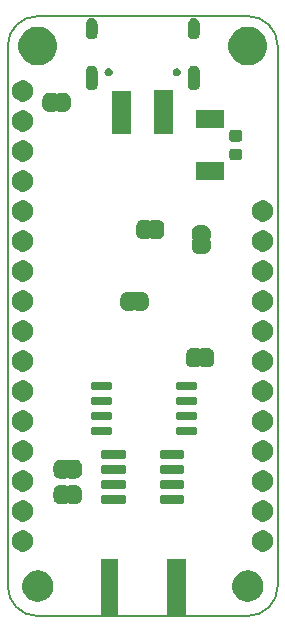
<source format=gbs>
G04 #@! TF.GenerationSoftware,KiCad,Pcbnew,(5.1.6)-1*
G04 #@! TF.CreationDate,2020-08-18T19:06:58+02:00*
G04 #@! TF.ProjectId,Penguino-Feather-4260-v1,50656e67-7569-46e6-9f2d-466561746865,1.1*
G04 #@! TF.SameCoordinates,Original*
G04 #@! TF.FileFunction,Soldermask,Bot*
G04 #@! TF.FilePolarity,Negative*
%FSLAX46Y46*%
G04 Gerber Fmt 4.6, Leading zero omitted, Abs format (unit mm)*
G04 Created by KiCad (PCBNEW (5.1.6)-1) date 2020-08-18 19:06:58*
%MOMM*%
%LPD*%
G01*
G04 APERTURE LIST*
G04 #@! TA.AperFunction,Profile*
%ADD10C,0.150000*%
G04 #@! TD*
%ADD11C,0.100000*%
G04 APERTURE END LIST*
D10*
X127000000Y-119380000D02*
G75*
G02*
X124460000Y-116840000I0J2540000D01*
G01*
X147320000Y-116840000D02*
G75*
G02*
X144780000Y-119380000I-2540000J0D01*
G01*
X144780000Y-68580000D02*
G75*
G02*
X147320000Y-71120000I0J-2540000D01*
G01*
X124460000Y-71120000D02*
G75*
G02*
X127000000Y-68580000I2540000J0D01*
G01*
X124460000Y-116840000D02*
X124460000Y-71120000D01*
X144780000Y-119380000D02*
X127000000Y-119380000D01*
X147320000Y-71120000D02*
X147320000Y-116840000D01*
X127000000Y-68580000D02*
X144780000Y-68580000D01*
D11*
G36*
X139516000Y-119391000D02*
G01*
X137914000Y-119391000D01*
X137914000Y-114589000D01*
X139516000Y-114589000D01*
X139516000Y-119391000D01*
G37*
G36*
X133791000Y-119391000D02*
G01*
X132339000Y-119391000D01*
X132339000Y-114589000D01*
X133791000Y-114589000D01*
X133791000Y-119391000D01*
G37*
G36*
X127257715Y-115544383D02*
G01*
X127385322Y-115569765D01*
X127526148Y-115628097D01*
X127625727Y-115669344D01*
X127625728Y-115669345D01*
X127842089Y-115813912D01*
X128026088Y-115997911D01*
X128122685Y-116142479D01*
X128170656Y-116214273D01*
X128211903Y-116313852D01*
X128270235Y-116454678D01*
X128321000Y-116709893D01*
X128321000Y-116970107D01*
X128270235Y-117225322D01*
X128211903Y-117366148D01*
X128170656Y-117465727D01*
X128170655Y-117465728D01*
X128026088Y-117682089D01*
X127842089Y-117866088D01*
X127697521Y-117962685D01*
X127625727Y-118010656D01*
X127526148Y-118051903D01*
X127385322Y-118110235D01*
X127257715Y-118135617D01*
X127130109Y-118161000D01*
X126869891Y-118161000D01*
X126742285Y-118135617D01*
X126614678Y-118110235D01*
X126473852Y-118051903D01*
X126374273Y-118010656D01*
X126302479Y-117962685D01*
X126157911Y-117866088D01*
X125973912Y-117682089D01*
X125829345Y-117465728D01*
X125829344Y-117465727D01*
X125788097Y-117366148D01*
X125729765Y-117225322D01*
X125679000Y-116970107D01*
X125679000Y-116709893D01*
X125729765Y-116454678D01*
X125788097Y-116313852D01*
X125829344Y-116214273D01*
X125877315Y-116142479D01*
X125973912Y-115997911D01*
X126157911Y-115813912D01*
X126374272Y-115669345D01*
X126374273Y-115669344D01*
X126473852Y-115628097D01*
X126614678Y-115569765D01*
X126742285Y-115544383D01*
X126869891Y-115519000D01*
X127130109Y-115519000D01*
X127257715Y-115544383D01*
G37*
G36*
X145037715Y-115544383D02*
G01*
X145165322Y-115569765D01*
X145306148Y-115628097D01*
X145405727Y-115669344D01*
X145405728Y-115669345D01*
X145622089Y-115813912D01*
X145806088Y-115997911D01*
X145902685Y-116142479D01*
X145950656Y-116214273D01*
X145991903Y-116313852D01*
X146050235Y-116454678D01*
X146101000Y-116709893D01*
X146101000Y-116970107D01*
X146050235Y-117225322D01*
X145991903Y-117366148D01*
X145950656Y-117465727D01*
X145950655Y-117465728D01*
X145806088Y-117682089D01*
X145622089Y-117866088D01*
X145477521Y-117962685D01*
X145405727Y-118010656D01*
X145306148Y-118051903D01*
X145165322Y-118110235D01*
X145037715Y-118135617D01*
X144910109Y-118161000D01*
X144649891Y-118161000D01*
X144522285Y-118135617D01*
X144394678Y-118110235D01*
X144253852Y-118051903D01*
X144154273Y-118010656D01*
X144082479Y-117962685D01*
X143937911Y-117866088D01*
X143753912Y-117682089D01*
X143609345Y-117465728D01*
X143609344Y-117465727D01*
X143568097Y-117366148D01*
X143509765Y-117225322D01*
X143459000Y-116970107D01*
X143459000Y-116709893D01*
X143509765Y-116454678D01*
X143568097Y-116313852D01*
X143609344Y-116214273D01*
X143657315Y-116142479D01*
X143753912Y-115997911D01*
X143937911Y-115813912D01*
X144154272Y-115669345D01*
X144154273Y-115669344D01*
X144253852Y-115628097D01*
X144394678Y-115569765D01*
X144522285Y-115544383D01*
X144649891Y-115519000D01*
X144910109Y-115519000D01*
X145037715Y-115544383D01*
G37*
G36*
X125843512Y-112133927D02*
G01*
X125992812Y-112163624D01*
X126156784Y-112231544D01*
X126304354Y-112330147D01*
X126429853Y-112455646D01*
X126528456Y-112603216D01*
X126596376Y-112767188D01*
X126631000Y-112941259D01*
X126631000Y-113118741D01*
X126596376Y-113292812D01*
X126528456Y-113456784D01*
X126429853Y-113604354D01*
X126304354Y-113729853D01*
X126156784Y-113828456D01*
X125992812Y-113896376D01*
X125843512Y-113926073D01*
X125818742Y-113931000D01*
X125641258Y-113931000D01*
X125616488Y-113926073D01*
X125467188Y-113896376D01*
X125303216Y-113828456D01*
X125155646Y-113729853D01*
X125030147Y-113604354D01*
X124931544Y-113456784D01*
X124863624Y-113292812D01*
X124829000Y-113118741D01*
X124829000Y-112941259D01*
X124863624Y-112767188D01*
X124931544Y-112603216D01*
X125030147Y-112455646D01*
X125155646Y-112330147D01*
X125303216Y-112231544D01*
X125467188Y-112163624D01*
X125616488Y-112133927D01*
X125641258Y-112129000D01*
X125818742Y-112129000D01*
X125843512Y-112133927D01*
G37*
G36*
X146163512Y-112133927D02*
G01*
X146312812Y-112163624D01*
X146476784Y-112231544D01*
X146624354Y-112330147D01*
X146749853Y-112455646D01*
X146848456Y-112603216D01*
X146916376Y-112767188D01*
X146951000Y-112941259D01*
X146951000Y-113118741D01*
X146916376Y-113292812D01*
X146848456Y-113456784D01*
X146749853Y-113604354D01*
X146624354Y-113729853D01*
X146476784Y-113828456D01*
X146312812Y-113896376D01*
X146163512Y-113926073D01*
X146138742Y-113931000D01*
X145961258Y-113931000D01*
X145936488Y-113926073D01*
X145787188Y-113896376D01*
X145623216Y-113828456D01*
X145475646Y-113729853D01*
X145350147Y-113604354D01*
X145251544Y-113456784D01*
X145183624Y-113292812D01*
X145149000Y-113118741D01*
X145149000Y-112941259D01*
X145183624Y-112767188D01*
X145251544Y-112603216D01*
X145350147Y-112455646D01*
X145475646Y-112330147D01*
X145623216Y-112231544D01*
X145787188Y-112163624D01*
X145936488Y-112133927D01*
X145961258Y-112129000D01*
X146138742Y-112129000D01*
X146163512Y-112133927D01*
G37*
G36*
X146158137Y-109592858D02*
G01*
X146312812Y-109623624D01*
X146476784Y-109691544D01*
X146624354Y-109790147D01*
X146749853Y-109915646D01*
X146848456Y-110063216D01*
X146916376Y-110227188D01*
X146951000Y-110401259D01*
X146951000Y-110578741D01*
X146916376Y-110752812D01*
X146848456Y-110916784D01*
X146749853Y-111064354D01*
X146624354Y-111189853D01*
X146476784Y-111288456D01*
X146312812Y-111356376D01*
X146163512Y-111386073D01*
X146138742Y-111391000D01*
X145961258Y-111391000D01*
X145936488Y-111386073D01*
X145787188Y-111356376D01*
X145623216Y-111288456D01*
X145475646Y-111189853D01*
X145350147Y-111064354D01*
X145251544Y-110916784D01*
X145183624Y-110752812D01*
X145149000Y-110578741D01*
X145149000Y-110401259D01*
X145183624Y-110227188D01*
X145251544Y-110063216D01*
X145350147Y-109915646D01*
X145475646Y-109790147D01*
X145623216Y-109691544D01*
X145787188Y-109623624D01*
X145941863Y-109592858D01*
X145961258Y-109589000D01*
X146138742Y-109589000D01*
X146158137Y-109592858D01*
G37*
G36*
X125838137Y-109592858D02*
G01*
X125992812Y-109623624D01*
X126156784Y-109691544D01*
X126304354Y-109790147D01*
X126429853Y-109915646D01*
X126528456Y-110063216D01*
X126596376Y-110227188D01*
X126631000Y-110401259D01*
X126631000Y-110578741D01*
X126596376Y-110752812D01*
X126528456Y-110916784D01*
X126429853Y-111064354D01*
X126304354Y-111189853D01*
X126156784Y-111288456D01*
X125992812Y-111356376D01*
X125843512Y-111386073D01*
X125818742Y-111391000D01*
X125641258Y-111391000D01*
X125616488Y-111386073D01*
X125467188Y-111356376D01*
X125303216Y-111288456D01*
X125155646Y-111189853D01*
X125030147Y-111064354D01*
X124931544Y-110916784D01*
X124863624Y-110752812D01*
X124829000Y-110578741D01*
X124829000Y-110401259D01*
X124863624Y-110227188D01*
X124931544Y-110063216D01*
X125030147Y-109915646D01*
X125155646Y-109790147D01*
X125303216Y-109691544D01*
X125467188Y-109623624D01*
X125621863Y-109592858D01*
X125641258Y-109589000D01*
X125818742Y-109589000D01*
X125838137Y-109592858D01*
G37*
G36*
X129399999Y-108292737D02*
G01*
X129409608Y-108295652D01*
X129418472Y-108300390D01*
X129426237Y-108306763D01*
X129436448Y-108319206D01*
X129443378Y-108329575D01*
X129460705Y-108346902D01*
X129481080Y-108360515D01*
X129503720Y-108369891D01*
X129527753Y-108374671D01*
X129552257Y-108374670D01*
X129576290Y-108369888D01*
X129598929Y-108360510D01*
X129619302Y-108346895D01*
X129636629Y-108329568D01*
X129643558Y-108319198D01*
X129653763Y-108306763D01*
X129661528Y-108300390D01*
X129670392Y-108295652D01*
X129680001Y-108292737D01*
X129696140Y-108291148D01*
X130183861Y-108291148D01*
X130202199Y-108292954D01*
X130214450Y-108293556D01*
X130232869Y-108293556D01*
X130255149Y-108295750D01*
X130339233Y-108312476D01*
X130360660Y-108318976D01*
X130439858Y-108351780D01*
X130445303Y-108354691D01*
X130445309Y-108354693D01*
X130454169Y-108359429D01*
X130454173Y-108359432D01*
X130459614Y-108362340D01*
X130530899Y-108409971D01*
X130548204Y-108424172D01*
X130608828Y-108484796D01*
X130623029Y-108502101D01*
X130670660Y-108573386D01*
X130673568Y-108578827D01*
X130673571Y-108578831D01*
X130678307Y-108587691D01*
X130678309Y-108587697D01*
X130681220Y-108593142D01*
X130714024Y-108672340D01*
X130720524Y-108693767D01*
X130737250Y-108777851D01*
X130739444Y-108800131D01*
X130739444Y-108818550D01*
X130740046Y-108830801D01*
X130741852Y-108849139D01*
X130741852Y-109336862D01*
X130740046Y-109355199D01*
X130739444Y-109367450D01*
X130739444Y-109385869D01*
X130737250Y-109408149D01*
X130720524Y-109492233D01*
X130714024Y-109513660D01*
X130681220Y-109592858D01*
X130678309Y-109598303D01*
X130678307Y-109598309D01*
X130673571Y-109607169D01*
X130673568Y-109607173D01*
X130670660Y-109612614D01*
X130623029Y-109683899D01*
X130608828Y-109701204D01*
X130548204Y-109761828D01*
X130530899Y-109776029D01*
X130459614Y-109823660D01*
X130454173Y-109826568D01*
X130454169Y-109826571D01*
X130445309Y-109831307D01*
X130445303Y-109831309D01*
X130439858Y-109834220D01*
X130360660Y-109867024D01*
X130339233Y-109873524D01*
X130255149Y-109890250D01*
X130232869Y-109892444D01*
X130214450Y-109892444D01*
X130202199Y-109893046D01*
X130183862Y-109894852D01*
X129696140Y-109894852D01*
X129680001Y-109893263D01*
X129670392Y-109890348D01*
X129661528Y-109885610D01*
X129653763Y-109879237D01*
X129643552Y-109866794D01*
X129636622Y-109856425D01*
X129619295Y-109839098D01*
X129598920Y-109825485D01*
X129576280Y-109816109D01*
X129552247Y-109811329D01*
X129527743Y-109811330D01*
X129503710Y-109816112D01*
X129481071Y-109825490D01*
X129460698Y-109839105D01*
X129443371Y-109856432D01*
X129436442Y-109866802D01*
X129426237Y-109879237D01*
X129418472Y-109885610D01*
X129409608Y-109890348D01*
X129399999Y-109893263D01*
X129383860Y-109894852D01*
X128896138Y-109894852D01*
X128877801Y-109893046D01*
X128865550Y-109892444D01*
X128847131Y-109892444D01*
X128824851Y-109890250D01*
X128740767Y-109873524D01*
X128719340Y-109867024D01*
X128640142Y-109834220D01*
X128634697Y-109831309D01*
X128634691Y-109831307D01*
X128625831Y-109826571D01*
X128625827Y-109826568D01*
X128620386Y-109823660D01*
X128549101Y-109776029D01*
X128531796Y-109761828D01*
X128471172Y-109701204D01*
X128456971Y-109683899D01*
X128409340Y-109612614D01*
X128406432Y-109607173D01*
X128406429Y-109607169D01*
X128401693Y-109598309D01*
X128401691Y-109598303D01*
X128398780Y-109592858D01*
X128365976Y-109513660D01*
X128359476Y-109492233D01*
X128342750Y-109408149D01*
X128340556Y-109385869D01*
X128340556Y-109367450D01*
X128339954Y-109355199D01*
X128338148Y-109336862D01*
X128338148Y-108849139D01*
X128339954Y-108830801D01*
X128340556Y-108818550D01*
X128340556Y-108800131D01*
X128342750Y-108777851D01*
X128359476Y-108693767D01*
X128365976Y-108672340D01*
X128398780Y-108593142D01*
X128401691Y-108587697D01*
X128401693Y-108587691D01*
X128406429Y-108578831D01*
X128406432Y-108578827D01*
X128409340Y-108573386D01*
X128456971Y-108502101D01*
X128471172Y-108484796D01*
X128531796Y-108424172D01*
X128549101Y-108409971D01*
X128620386Y-108362340D01*
X128625827Y-108359432D01*
X128625831Y-108359429D01*
X128634691Y-108354693D01*
X128634697Y-108354691D01*
X128640142Y-108351780D01*
X128719340Y-108318976D01*
X128740767Y-108312476D01*
X128824851Y-108295750D01*
X128847131Y-108293556D01*
X128865550Y-108293556D01*
X128877801Y-108292954D01*
X128896139Y-108291148D01*
X129383860Y-108291148D01*
X129399999Y-108292737D01*
G37*
G36*
X134349928Y-109156764D02*
G01*
X134371009Y-109163160D01*
X134390445Y-109173548D01*
X134407476Y-109187524D01*
X134421452Y-109204555D01*
X134431840Y-109223991D01*
X134438236Y-109245072D01*
X134441000Y-109273140D01*
X134441000Y-109736860D01*
X134438236Y-109764928D01*
X134431840Y-109786009D01*
X134421452Y-109805445D01*
X134407476Y-109822476D01*
X134390445Y-109836452D01*
X134371009Y-109846840D01*
X134349928Y-109853236D01*
X134321860Y-109856000D01*
X132508140Y-109856000D01*
X132480072Y-109853236D01*
X132458991Y-109846840D01*
X132439555Y-109836452D01*
X132422524Y-109822476D01*
X132408548Y-109805445D01*
X132398160Y-109786009D01*
X132391764Y-109764928D01*
X132389000Y-109736860D01*
X132389000Y-109273140D01*
X132391764Y-109245072D01*
X132398160Y-109223991D01*
X132408548Y-109204555D01*
X132422524Y-109187524D01*
X132439555Y-109173548D01*
X132458991Y-109163160D01*
X132480072Y-109156764D01*
X132508140Y-109154000D01*
X134321860Y-109154000D01*
X134349928Y-109156764D01*
G37*
G36*
X139299928Y-109156764D02*
G01*
X139321009Y-109163160D01*
X139340445Y-109173548D01*
X139357476Y-109187524D01*
X139371452Y-109204555D01*
X139381840Y-109223991D01*
X139388236Y-109245072D01*
X139391000Y-109273140D01*
X139391000Y-109736860D01*
X139388236Y-109764928D01*
X139381840Y-109786009D01*
X139371452Y-109805445D01*
X139357476Y-109822476D01*
X139340445Y-109836452D01*
X139321009Y-109846840D01*
X139299928Y-109853236D01*
X139271860Y-109856000D01*
X137458140Y-109856000D01*
X137430072Y-109853236D01*
X137408991Y-109846840D01*
X137389555Y-109836452D01*
X137372524Y-109822476D01*
X137358548Y-109805445D01*
X137348160Y-109786009D01*
X137341764Y-109764928D01*
X137339000Y-109736860D01*
X137339000Y-109273140D01*
X137341764Y-109245072D01*
X137348160Y-109223991D01*
X137358548Y-109204555D01*
X137372524Y-109187524D01*
X137389555Y-109173548D01*
X137408991Y-109163160D01*
X137430072Y-109156764D01*
X137458140Y-109154000D01*
X139271860Y-109154000D01*
X139299928Y-109156764D01*
G37*
G36*
X146163512Y-107053927D02*
G01*
X146312812Y-107083624D01*
X146476784Y-107151544D01*
X146624354Y-107250147D01*
X146749853Y-107375646D01*
X146848456Y-107523216D01*
X146916376Y-107687188D01*
X146951000Y-107861259D01*
X146951000Y-108038741D01*
X146916376Y-108212812D01*
X146848456Y-108376784D01*
X146749853Y-108524354D01*
X146624354Y-108649853D01*
X146476784Y-108748456D01*
X146312812Y-108816376D01*
X146163512Y-108846073D01*
X146138742Y-108851000D01*
X145961258Y-108851000D01*
X145936488Y-108846073D01*
X145787188Y-108816376D01*
X145623216Y-108748456D01*
X145475646Y-108649853D01*
X145350147Y-108524354D01*
X145251544Y-108376784D01*
X145183624Y-108212812D01*
X145149000Y-108038741D01*
X145149000Y-107861259D01*
X145183624Y-107687188D01*
X145251544Y-107523216D01*
X145350147Y-107375646D01*
X145475646Y-107250147D01*
X145623216Y-107151544D01*
X145787188Y-107083624D01*
X145936488Y-107053927D01*
X145961258Y-107049000D01*
X146138742Y-107049000D01*
X146163512Y-107053927D01*
G37*
G36*
X125843512Y-107053927D02*
G01*
X125992812Y-107083624D01*
X126156784Y-107151544D01*
X126304354Y-107250147D01*
X126429853Y-107375646D01*
X126528456Y-107523216D01*
X126596376Y-107687188D01*
X126631000Y-107861259D01*
X126631000Y-108038741D01*
X126596376Y-108212812D01*
X126528456Y-108376784D01*
X126429853Y-108524354D01*
X126304354Y-108649853D01*
X126156784Y-108748456D01*
X125992812Y-108816376D01*
X125843512Y-108846073D01*
X125818742Y-108851000D01*
X125641258Y-108851000D01*
X125616488Y-108846073D01*
X125467188Y-108816376D01*
X125303216Y-108748456D01*
X125155646Y-108649853D01*
X125030147Y-108524354D01*
X124931544Y-108376784D01*
X124863624Y-108212812D01*
X124829000Y-108038741D01*
X124829000Y-107861259D01*
X124863624Y-107687188D01*
X124931544Y-107523216D01*
X125030147Y-107375646D01*
X125155646Y-107250147D01*
X125303216Y-107151544D01*
X125467188Y-107083624D01*
X125616488Y-107053927D01*
X125641258Y-107049000D01*
X125818742Y-107049000D01*
X125843512Y-107053927D01*
G37*
G36*
X139299928Y-107886764D02*
G01*
X139321009Y-107893160D01*
X139340445Y-107903548D01*
X139357476Y-107917524D01*
X139371452Y-107934555D01*
X139381840Y-107953991D01*
X139388236Y-107975072D01*
X139391000Y-108003140D01*
X139391000Y-108466860D01*
X139388236Y-108494928D01*
X139381840Y-108516009D01*
X139371452Y-108535445D01*
X139357476Y-108552476D01*
X139340445Y-108566452D01*
X139321009Y-108576840D01*
X139299928Y-108583236D01*
X139271860Y-108586000D01*
X137458140Y-108586000D01*
X137430072Y-108583236D01*
X137408991Y-108576840D01*
X137389555Y-108566452D01*
X137372524Y-108552476D01*
X137358548Y-108535445D01*
X137348160Y-108516009D01*
X137341764Y-108494928D01*
X137339000Y-108466860D01*
X137339000Y-108003140D01*
X137341764Y-107975072D01*
X137348160Y-107953991D01*
X137358548Y-107934555D01*
X137372524Y-107917524D01*
X137389555Y-107903548D01*
X137408991Y-107893160D01*
X137430072Y-107886764D01*
X137458140Y-107884000D01*
X139271860Y-107884000D01*
X139299928Y-107886764D01*
G37*
G36*
X134349928Y-107886764D02*
G01*
X134371009Y-107893160D01*
X134390445Y-107903548D01*
X134407476Y-107917524D01*
X134421452Y-107934555D01*
X134431840Y-107953991D01*
X134438236Y-107975072D01*
X134441000Y-108003140D01*
X134441000Y-108466860D01*
X134438236Y-108494928D01*
X134431840Y-108516009D01*
X134421452Y-108535445D01*
X134407476Y-108552476D01*
X134390445Y-108566452D01*
X134371009Y-108576840D01*
X134349928Y-108583236D01*
X134321860Y-108586000D01*
X132508140Y-108586000D01*
X132480072Y-108583236D01*
X132458991Y-108576840D01*
X132439555Y-108566452D01*
X132422524Y-108552476D01*
X132408548Y-108535445D01*
X132398160Y-108516009D01*
X132391764Y-108494928D01*
X132389000Y-108466860D01*
X132389000Y-108003140D01*
X132391764Y-107975072D01*
X132398160Y-107953991D01*
X132408548Y-107934555D01*
X132422524Y-107917524D01*
X132439555Y-107903548D01*
X132458991Y-107893160D01*
X132480072Y-107886764D01*
X132508140Y-107884000D01*
X134321860Y-107884000D01*
X134349928Y-107886764D01*
G37*
G36*
X129399999Y-106133737D02*
G01*
X129409608Y-106136652D01*
X129418472Y-106141390D01*
X129426237Y-106147763D01*
X129436448Y-106160206D01*
X129443378Y-106170575D01*
X129460705Y-106187902D01*
X129481080Y-106201515D01*
X129503720Y-106210891D01*
X129527753Y-106215671D01*
X129552257Y-106215670D01*
X129576290Y-106210888D01*
X129598929Y-106201510D01*
X129619302Y-106187895D01*
X129636629Y-106170568D01*
X129643558Y-106160198D01*
X129653763Y-106147763D01*
X129661528Y-106141390D01*
X129670392Y-106136652D01*
X129680001Y-106133737D01*
X129696140Y-106132148D01*
X130183861Y-106132148D01*
X130202199Y-106133954D01*
X130214450Y-106134556D01*
X130232869Y-106134556D01*
X130255149Y-106136750D01*
X130339233Y-106153476D01*
X130360660Y-106159976D01*
X130439858Y-106192780D01*
X130445303Y-106195691D01*
X130445309Y-106195693D01*
X130454169Y-106200429D01*
X130454173Y-106200432D01*
X130459614Y-106203340D01*
X130530899Y-106250971D01*
X130548204Y-106265172D01*
X130608828Y-106325796D01*
X130623029Y-106343101D01*
X130670660Y-106414386D01*
X130673568Y-106419827D01*
X130673571Y-106419831D01*
X130678307Y-106428691D01*
X130678309Y-106428697D01*
X130681220Y-106434142D01*
X130714024Y-106513340D01*
X130720524Y-106534767D01*
X130737250Y-106618851D01*
X130739444Y-106641131D01*
X130739444Y-106659550D01*
X130740046Y-106671801D01*
X130741852Y-106690139D01*
X130741852Y-107177862D01*
X130740046Y-107196199D01*
X130739444Y-107208450D01*
X130739444Y-107226869D01*
X130737250Y-107249149D01*
X130720524Y-107333233D01*
X130714024Y-107354660D01*
X130681220Y-107433858D01*
X130678309Y-107439303D01*
X130678307Y-107439309D01*
X130673571Y-107448169D01*
X130673568Y-107448173D01*
X130670660Y-107453614D01*
X130623029Y-107524899D01*
X130608828Y-107542204D01*
X130548204Y-107602828D01*
X130530899Y-107617029D01*
X130459614Y-107664660D01*
X130454173Y-107667568D01*
X130454169Y-107667571D01*
X130445309Y-107672307D01*
X130445303Y-107672309D01*
X130439858Y-107675220D01*
X130360660Y-107708024D01*
X130339233Y-107714524D01*
X130255149Y-107731250D01*
X130232869Y-107733444D01*
X130214450Y-107733444D01*
X130202199Y-107734046D01*
X130183862Y-107735852D01*
X129696140Y-107735852D01*
X129680001Y-107734263D01*
X129670392Y-107731348D01*
X129661528Y-107726610D01*
X129653763Y-107720237D01*
X129643552Y-107707794D01*
X129636622Y-107697425D01*
X129619295Y-107680098D01*
X129598920Y-107666485D01*
X129576280Y-107657109D01*
X129552247Y-107652329D01*
X129527743Y-107652330D01*
X129503710Y-107657112D01*
X129481071Y-107666490D01*
X129460698Y-107680105D01*
X129443371Y-107697432D01*
X129436442Y-107707802D01*
X129426237Y-107720237D01*
X129418472Y-107726610D01*
X129409608Y-107731348D01*
X129399999Y-107734263D01*
X129383860Y-107735852D01*
X128896138Y-107735852D01*
X128877801Y-107734046D01*
X128865550Y-107733444D01*
X128847131Y-107733444D01*
X128824851Y-107731250D01*
X128740767Y-107714524D01*
X128719340Y-107708024D01*
X128640142Y-107675220D01*
X128634697Y-107672309D01*
X128634691Y-107672307D01*
X128625831Y-107667571D01*
X128625827Y-107667568D01*
X128620386Y-107664660D01*
X128549101Y-107617029D01*
X128531796Y-107602828D01*
X128471172Y-107542204D01*
X128456971Y-107524899D01*
X128409340Y-107453614D01*
X128406432Y-107448173D01*
X128406429Y-107448169D01*
X128401693Y-107439309D01*
X128401691Y-107439303D01*
X128398780Y-107433858D01*
X128365976Y-107354660D01*
X128359476Y-107333233D01*
X128342750Y-107249149D01*
X128340556Y-107226869D01*
X128340556Y-107208450D01*
X128339954Y-107196199D01*
X128338148Y-107177862D01*
X128338148Y-106690139D01*
X128339954Y-106671801D01*
X128340556Y-106659550D01*
X128340556Y-106641131D01*
X128342750Y-106618851D01*
X128359476Y-106534767D01*
X128365976Y-106513340D01*
X128398780Y-106434142D01*
X128401691Y-106428697D01*
X128401693Y-106428691D01*
X128406429Y-106419831D01*
X128406432Y-106419827D01*
X128409340Y-106414386D01*
X128456971Y-106343101D01*
X128471172Y-106325796D01*
X128531796Y-106265172D01*
X128549101Y-106250971D01*
X128620386Y-106203340D01*
X128625827Y-106200432D01*
X128625831Y-106200429D01*
X128634691Y-106195693D01*
X128634697Y-106195691D01*
X128640142Y-106192780D01*
X128719340Y-106159976D01*
X128740767Y-106153476D01*
X128824851Y-106136750D01*
X128847131Y-106134556D01*
X128865550Y-106134556D01*
X128877801Y-106133954D01*
X128896139Y-106132148D01*
X129383860Y-106132148D01*
X129399999Y-106133737D01*
G37*
G36*
X139299928Y-106616764D02*
G01*
X139321009Y-106623160D01*
X139340445Y-106633548D01*
X139357476Y-106647524D01*
X139371452Y-106664555D01*
X139381840Y-106683991D01*
X139388236Y-106705072D01*
X139391000Y-106733140D01*
X139391000Y-107196860D01*
X139388236Y-107224928D01*
X139381840Y-107246009D01*
X139371452Y-107265445D01*
X139357476Y-107282476D01*
X139340445Y-107296452D01*
X139321009Y-107306840D01*
X139299928Y-107313236D01*
X139271860Y-107316000D01*
X137458140Y-107316000D01*
X137430072Y-107313236D01*
X137408991Y-107306840D01*
X137389555Y-107296452D01*
X137372524Y-107282476D01*
X137358548Y-107265445D01*
X137348160Y-107246009D01*
X137341764Y-107224928D01*
X137339000Y-107196860D01*
X137339000Y-106733140D01*
X137341764Y-106705072D01*
X137348160Y-106683991D01*
X137358548Y-106664555D01*
X137372524Y-106647524D01*
X137389555Y-106633548D01*
X137408991Y-106623160D01*
X137430072Y-106616764D01*
X137458140Y-106614000D01*
X139271860Y-106614000D01*
X139299928Y-106616764D01*
G37*
G36*
X134349928Y-106616764D02*
G01*
X134371009Y-106623160D01*
X134390445Y-106633548D01*
X134407476Y-106647524D01*
X134421452Y-106664555D01*
X134431840Y-106683991D01*
X134438236Y-106705072D01*
X134441000Y-106733140D01*
X134441000Y-107196860D01*
X134438236Y-107224928D01*
X134431840Y-107246009D01*
X134421452Y-107265445D01*
X134407476Y-107282476D01*
X134390445Y-107296452D01*
X134371009Y-107306840D01*
X134349928Y-107313236D01*
X134321860Y-107316000D01*
X132508140Y-107316000D01*
X132480072Y-107313236D01*
X132458991Y-107306840D01*
X132439555Y-107296452D01*
X132422524Y-107282476D01*
X132408548Y-107265445D01*
X132398160Y-107246009D01*
X132391764Y-107224928D01*
X132389000Y-107196860D01*
X132389000Y-106733140D01*
X132391764Y-106705072D01*
X132398160Y-106683991D01*
X132408548Y-106664555D01*
X132422524Y-106647524D01*
X132439555Y-106633548D01*
X132458991Y-106623160D01*
X132480072Y-106616764D01*
X132508140Y-106614000D01*
X134321860Y-106614000D01*
X134349928Y-106616764D01*
G37*
G36*
X125843512Y-104513927D02*
G01*
X125992812Y-104543624D01*
X126156784Y-104611544D01*
X126304354Y-104710147D01*
X126429853Y-104835646D01*
X126528456Y-104983216D01*
X126596376Y-105147188D01*
X126631000Y-105321259D01*
X126631000Y-105498741D01*
X126596376Y-105672812D01*
X126528456Y-105836784D01*
X126429853Y-105984354D01*
X126304354Y-106109853D01*
X126156784Y-106208456D01*
X125992812Y-106276376D01*
X125843512Y-106306073D01*
X125818742Y-106311000D01*
X125641258Y-106311000D01*
X125616488Y-106306073D01*
X125467188Y-106276376D01*
X125303216Y-106208456D01*
X125155646Y-106109853D01*
X125030147Y-105984354D01*
X124931544Y-105836784D01*
X124863624Y-105672812D01*
X124829000Y-105498741D01*
X124829000Y-105321259D01*
X124863624Y-105147188D01*
X124931544Y-104983216D01*
X125030147Y-104835646D01*
X125155646Y-104710147D01*
X125303216Y-104611544D01*
X125467188Y-104543624D01*
X125616488Y-104513927D01*
X125641258Y-104509000D01*
X125818742Y-104509000D01*
X125843512Y-104513927D01*
G37*
G36*
X146163512Y-104513927D02*
G01*
X146312812Y-104543624D01*
X146476784Y-104611544D01*
X146624354Y-104710147D01*
X146749853Y-104835646D01*
X146848456Y-104983216D01*
X146916376Y-105147188D01*
X146951000Y-105321259D01*
X146951000Y-105498741D01*
X146916376Y-105672812D01*
X146848456Y-105836784D01*
X146749853Y-105984354D01*
X146624354Y-106109853D01*
X146476784Y-106208456D01*
X146312812Y-106276376D01*
X146163512Y-106306073D01*
X146138742Y-106311000D01*
X145961258Y-106311000D01*
X145936488Y-106306073D01*
X145787188Y-106276376D01*
X145623216Y-106208456D01*
X145475646Y-106109853D01*
X145350147Y-105984354D01*
X145251544Y-105836784D01*
X145183624Y-105672812D01*
X145149000Y-105498741D01*
X145149000Y-105321259D01*
X145183624Y-105147188D01*
X145251544Y-104983216D01*
X145350147Y-104835646D01*
X145475646Y-104710147D01*
X145623216Y-104611544D01*
X145787188Y-104543624D01*
X145936488Y-104513927D01*
X145961258Y-104509000D01*
X146138742Y-104509000D01*
X146163512Y-104513927D01*
G37*
G36*
X134349928Y-105346764D02*
G01*
X134371009Y-105353160D01*
X134390445Y-105363548D01*
X134407476Y-105377524D01*
X134421452Y-105394555D01*
X134431840Y-105413991D01*
X134438236Y-105435072D01*
X134441000Y-105463140D01*
X134441000Y-105926860D01*
X134438236Y-105954928D01*
X134431840Y-105976009D01*
X134421452Y-105995445D01*
X134407476Y-106012476D01*
X134390445Y-106026452D01*
X134371009Y-106036840D01*
X134349928Y-106043236D01*
X134321860Y-106046000D01*
X132508140Y-106046000D01*
X132480072Y-106043236D01*
X132458991Y-106036840D01*
X132439555Y-106026452D01*
X132422524Y-106012476D01*
X132408548Y-105995445D01*
X132398160Y-105976009D01*
X132391764Y-105954928D01*
X132389000Y-105926860D01*
X132389000Y-105463140D01*
X132391764Y-105435072D01*
X132398160Y-105413991D01*
X132408548Y-105394555D01*
X132422524Y-105377524D01*
X132439555Y-105363548D01*
X132458991Y-105353160D01*
X132480072Y-105346764D01*
X132508140Y-105344000D01*
X134321860Y-105344000D01*
X134349928Y-105346764D01*
G37*
G36*
X139299928Y-105346764D02*
G01*
X139321009Y-105353160D01*
X139340445Y-105363548D01*
X139357476Y-105377524D01*
X139371452Y-105394555D01*
X139381840Y-105413991D01*
X139388236Y-105435072D01*
X139391000Y-105463140D01*
X139391000Y-105926860D01*
X139388236Y-105954928D01*
X139381840Y-105976009D01*
X139371452Y-105995445D01*
X139357476Y-106012476D01*
X139340445Y-106026452D01*
X139321009Y-106036840D01*
X139299928Y-106043236D01*
X139271860Y-106046000D01*
X137458140Y-106046000D01*
X137430072Y-106043236D01*
X137408991Y-106036840D01*
X137389555Y-106026452D01*
X137372524Y-106012476D01*
X137358548Y-105995445D01*
X137348160Y-105976009D01*
X137341764Y-105954928D01*
X137339000Y-105926860D01*
X137339000Y-105463140D01*
X137341764Y-105435072D01*
X137348160Y-105413991D01*
X137358548Y-105394555D01*
X137372524Y-105377524D01*
X137389555Y-105363548D01*
X137408991Y-105353160D01*
X137430072Y-105346764D01*
X137458140Y-105344000D01*
X139271860Y-105344000D01*
X139299928Y-105346764D01*
G37*
G36*
X140359928Y-103356764D02*
G01*
X140381009Y-103363160D01*
X140400445Y-103373548D01*
X140417476Y-103387524D01*
X140431452Y-103404555D01*
X140441840Y-103423991D01*
X140448236Y-103445072D01*
X140451000Y-103473140D01*
X140451000Y-103936860D01*
X140448236Y-103964928D01*
X140441840Y-103986009D01*
X140431452Y-104005445D01*
X140417476Y-104022476D01*
X140400445Y-104036452D01*
X140381009Y-104046840D01*
X140359928Y-104053236D01*
X140331860Y-104056000D01*
X138868140Y-104056000D01*
X138840072Y-104053236D01*
X138818991Y-104046840D01*
X138799555Y-104036452D01*
X138782524Y-104022476D01*
X138768548Y-104005445D01*
X138758160Y-103986009D01*
X138751764Y-103964928D01*
X138749000Y-103936860D01*
X138749000Y-103473140D01*
X138751764Y-103445072D01*
X138758160Y-103423991D01*
X138768548Y-103404555D01*
X138782524Y-103387524D01*
X138799555Y-103373548D01*
X138818991Y-103363160D01*
X138840072Y-103356764D01*
X138868140Y-103354000D01*
X140331860Y-103354000D01*
X140359928Y-103356764D01*
G37*
G36*
X133159928Y-103356764D02*
G01*
X133181009Y-103363160D01*
X133200445Y-103373548D01*
X133217476Y-103387524D01*
X133231452Y-103404555D01*
X133241840Y-103423991D01*
X133248236Y-103445072D01*
X133251000Y-103473140D01*
X133251000Y-103936860D01*
X133248236Y-103964928D01*
X133241840Y-103986009D01*
X133231452Y-104005445D01*
X133217476Y-104022476D01*
X133200445Y-104036452D01*
X133181009Y-104046840D01*
X133159928Y-104053236D01*
X133131860Y-104056000D01*
X131668140Y-104056000D01*
X131640072Y-104053236D01*
X131618991Y-104046840D01*
X131599555Y-104036452D01*
X131582524Y-104022476D01*
X131568548Y-104005445D01*
X131558160Y-103986009D01*
X131551764Y-103964928D01*
X131549000Y-103936860D01*
X131549000Y-103473140D01*
X131551764Y-103445072D01*
X131558160Y-103423991D01*
X131568548Y-103404555D01*
X131582524Y-103387524D01*
X131599555Y-103373548D01*
X131618991Y-103363160D01*
X131640072Y-103356764D01*
X131668140Y-103354000D01*
X133131860Y-103354000D01*
X133159928Y-103356764D01*
G37*
G36*
X146163512Y-101973927D02*
G01*
X146312812Y-102003624D01*
X146476784Y-102071544D01*
X146624354Y-102170147D01*
X146749853Y-102295646D01*
X146848456Y-102443216D01*
X146916376Y-102607188D01*
X146951000Y-102781259D01*
X146951000Y-102958741D01*
X146916376Y-103132812D01*
X146848456Y-103296784D01*
X146749853Y-103444354D01*
X146624354Y-103569853D01*
X146476784Y-103668456D01*
X146312812Y-103736376D01*
X146163512Y-103766073D01*
X146138742Y-103771000D01*
X145961258Y-103771000D01*
X145936488Y-103766073D01*
X145787188Y-103736376D01*
X145623216Y-103668456D01*
X145475646Y-103569853D01*
X145350147Y-103444354D01*
X145251544Y-103296784D01*
X145183624Y-103132812D01*
X145149000Y-102958741D01*
X145149000Y-102781259D01*
X145183624Y-102607188D01*
X145251544Y-102443216D01*
X145350147Y-102295646D01*
X145475646Y-102170147D01*
X145623216Y-102071544D01*
X145787188Y-102003624D01*
X145936488Y-101973927D01*
X145961258Y-101969000D01*
X146138742Y-101969000D01*
X146163512Y-101973927D01*
G37*
G36*
X125843512Y-101973927D02*
G01*
X125992812Y-102003624D01*
X126156784Y-102071544D01*
X126304354Y-102170147D01*
X126429853Y-102295646D01*
X126528456Y-102443216D01*
X126596376Y-102607188D01*
X126631000Y-102781259D01*
X126631000Y-102958741D01*
X126596376Y-103132812D01*
X126528456Y-103296784D01*
X126429853Y-103444354D01*
X126304354Y-103569853D01*
X126156784Y-103668456D01*
X125992812Y-103736376D01*
X125843512Y-103766073D01*
X125818742Y-103771000D01*
X125641258Y-103771000D01*
X125616488Y-103766073D01*
X125467188Y-103736376D01*
X125303216Y-103668456D01*
X125155646Y-103569853D01*
X125030147Y-103444354D01*
X124931544Y-103296784D01*
X124863624Y-103132812D01*
X124829000Y-102958741D01*
X124829000Y-102781259D01*
X124863624Y-102607188D01*
X124931544Y-102443216D01*
X125030147Y-102295646D01*
X125155646Y-102170147D01*
X125303216Y-102071544D01*
X125467188Y-102003624D01*
X125616488Y-101973927D01*
X125641258Y-101969000D01*
X125818742Y-101969000D01*
X125843512Y-101973927D01*
G37*
G36*
X140359928Y-102086764D02*
G01*
X140381009Y-102093160D01*
X140400445Y-102103548D01*
X140417476Y-102117524D01*
X140431452Y-102134555D01*
X140441840Y-102153991D01*
X140448236Y-102175072D01*
X140451000Y-102203140D01*
X140451000Y-102666860D01*
X140448236Y-102694928D01*
X140441840Y-102716009D01*
X140431452Y-102735445D01*
X140417476Y-102752476D01*
X140400445Y-102766452D01*
X140381009Y-102776840D01*
X140359928Y-102783236D01*
X140331860Y-102786000D01*
X138868140Y-102786000D01*
X138840072Y-102783236D01*
X138818991Y-102776840D01*
X138799555Y-102766452D01*
X138782524Y-102752476D01*
X138768548Y-102735445D01*
X138758160Y-102716009D01*
X138751764Y-102694928D01*
X138749000Y-102666860D01*
X138749000Y-102203140D01*
X138751764Y-102175072D01*
X138758160Y-102153991D01*
X138768548Y-102134555D01*
X138782524Y-102117524D01*
X138799555Y-102103548D01*
X138818991Y-102093160D01*
X138840072Y-102086764D01*
X138868140Y-102084000D01*
X140331860Y-102084000D01*
X140359928Y-102086764D01*
G37*
G36*
X133159928Y-102086764D02*
G01*
X133181009Y-102093160D01*
X133200445Y-102103548D01*
X133217476Y-102117524D01*
X133231452Y-102134555D01*
X133241840Y-102153991D01*
X133248236Y-102175072D01*
X133251000Y-102203140D01*
X133251000Y-102666860D01*
X133248236Y-102694928D01*
X133241840Y-102716009D01*
X133231452Y-102735445D01*
X133217476Y-102752476D01*
X133200445Y-102766452D01*
X133181009Y-102776840D01*
X133159928Y-102783236D01*
X133131860Y-102786000D01*
X131668140Y-102786000D01*
X131640072Y-102783236D01*
X131618991Y-102776840D01*
X131599555Y-102766452D01*
X131582524Y-102752476D01*
X131568548Y-102735445D01*
X131558160Y-102716009D01*
X131551764Y-102694928D01*
X131549000Y-102666860D01*
X131549000Y-102203140D01*
X131551764Y-102175072D01*
X131558160Y-102153991D01*
X131568548Y-102134555D01*
X131582524Y-102117524D01*
X131599555Y-102103548D01*
X131618991Y-102093160D01*
X131640072Y-102086764D01*
X131668140Y-102084000D01*
X133131860Y-102084000D01*
X133159928Y-102086764D01*
G37*
G36*
X133159928Y-100816764D02*
G01*
X133181009Y-100823160D01*
X133200445Y-100833548D01*
X133217476Y-100847524D01*
X133231452Y-100864555D01*
X133241840Y-100883991D01*
X133248236Y-100905072D01*
X133251000Y-100933140D01*
X133251000Y-101396860D01*
X133248236Y-101424928D01*
X133241840Y-101446009D01*
X133231452Y-101465445D01*
X133217476Y-101482476D01*
X133200445Y-101496452D01*
X133181009Y-101506840D01*
X133159928Y-101513236D01*
X133131860Y-101516000D01*
X131668140Y-101516000D01*
X131640072Y-101513236D01*
X131618991Y-101506840D01*
X131599555Y-101496452D01*
X131582524Y-101482476D01*
X131568548Y-101465445D01*
X131558160Y-101446009D01*
X131551764Y-101424928D01*
X131549000Y-101396860D01*
X131549000Y-100933140D01*
X131551764Y-100905072D01*
X131558160Y-100883991D01*
X131568548Y-100864555D01*
X131582524Y-100847524D01*
X131599555Y-100833548D01*
X131618991Y-100823160D01*
X131640072Y-100816764D01*
X131668140Y-100814000D01*
X133131860Y-100814000D01*
X133159928Y-100816764D01*
G37*
G36*
X140359928Y-100816764D02*
G01*
X140381009Y-100823160D01*
X140400445Y-100833548D01*
X140417476Y-100847524D01*
X140431452Y-100864555D01*
X140441840Y-100883991D01*
X140448236Y-100905072D01*
X140451000Y-100933140D01*
X140451000Y-101396860D01*
X140448236Y-101424928D01*
X140441840Y-101446009D01*
X140431452Y-101465445D01*
X140417476Y-101482476D01*
X140400445Y-101496452D01*
X140381009Y-101506840D01*
X140359928Y-101513236D01*
X140331860Y-101516000D01*
X138868140Y-101516000D01*
X138840072Y-101513236D01*
X138818991Y-101506840D01*
X138799555Y-101496452D01*
X138782524Y-101482476D01*
X138768548Y-101465445D01*
X138758160Y-101446009D01*
X138751764Y-101424928D01*
X138749000Y-101396860D01*
X138749000Y-100933140D01*
X138751764Y-100905072D01*
X138758160Y-100883991D01*
X138768548Y-100864555D01*
X138782524Y-100847524D01*
X138799555Y-100833548D01*
X138818991Y-100823160D01*
X138840072Y-100816764D01*
X138868140Y-100814000D01*
X140331860Y-100814000D01*
X140359928Y-100816764D01*
G37*
G36*
X125843512Y-99433927D02*
G01*
X125992812Y-99463624D01*
X126156784Y-99531544D01*
X126304354Y-99630147D01*
X126429853Y-99755646D01*
X126528456Y-99903216D01*
X126596376Y-100067188D01*
X126631000Y-100241259D01*
X126631000Y-100418741D01*
X126596376Y-100592812D01*
X126528456Y-100756784D01*
X126429853Y-100904354D01*
X126304354Y-101029853D01*
X126156784Y-101128456D01*
X125992812Y-101196376D01*
X125843512Y-101226073D01*
X125818742Y-101231000D01*
X125641258Y-101231000D01*
X125616488Y-101226073D01*
X125467188Y-101196376D01*
X125303216Y-101128456D01*
X125155646Y-101029853D01*
X125030147Y-100904354D01*
X124931544Y-100756784D01*
X124863624Y-100592812D01*
X124829000Y-100418741D01*
X124829000Y-100241259D01*
X124863624Y-100067188D01*
X124931544Y-99903216D01*
X125030147Y-99755646D01*
X125155646Y-99630147D01*
X125303216Y-99531544D01*
X125467188Y-99463624D01*
X125616488Y-99433927D01*
X125641258Y-99429000D01*
X125818742Y-99429000D01*
X125843512Y-99433927D01*
G37*
G36*
X146163512Y-99433927D02*
G01*
X146312812Y-99463624D01*
X146476784Y-99531544D01*
X146624354Y-99630147D01*
X146749853Y-99755646D01*
X146848456Y-99903216D01*
X146916376Y-100067188D01*
X146951000Y-100241259D01*
X146951000Y-100418741D01*
X146916376Y-100592812D01*
X146848456Y-100756784D01*
X146749853Y-100904354D01*
X146624354Y-101029853D01*
X146476784Y-101128456D01*
X146312812Y-101196376D01*
X146163512Y-101226073D01*
X146138742Y-101231000D01*
X145961258Y-101231000D01*
X145936488Y-101226073D01*
X145787188Y-101196376D01*
X145623216Y-101128456D01*
X145475646Y-101029853D01*
X145350147Y-100904354D01*
X145251544Y-100756784D01*
X145183624Y-100592812D01*
X145149000Y-100418741D01*
X145149000Y-100241259D01*
X145183624Y-100067188D01*
X145251544Y-99903216D01*
X145350147Y-99755646D01*
X145475646Y-99630147D01*
X145623216Y-99531544D01*
X145787188Y-99463624D01*
X145936488Y-99433927D01*
X145961258Y-99429000D01*
X146138742Y-99429000D01*
X146163512Y-99433927D01*
G37*
G36*
X140359928Y-99546764D02*
G01*
X140381009Y-99553160D01*
X140400445Y-99563548D01*
X140417476Y-99577524D01*
X140431452Y-99594555D01*
X140441840Y-99613991D01*
X140448236Y-99635072D01*
X140451000Y-99663140D01*
X140451000Y-100126860D01*
X140448236Y-100154928D01*
X140441840Y-100176009D01*
X140431452Y-100195445D01*
X140417476Y-100212476D01*
X140400445Y-100226452D01*
X140381009Y-100236840D01*
X140359928Y-100243236D01*
X140331860Y-100246000D01*
X138868140Y-100246000D01*
X138840072Y-100243236D01*
X138818991Y-100236840D01*
X138799555Y-100226452D01*
X138782524Y-100212476D01*
X138768548Y-100195445D01*
X138758160Y-100176009D01*
X138751764Y-100154928D01*
X138749000Y-100126860D01*
X138749000Y-99663140D01*
X138751764Y-99635072D01*
X138758160Y-99613991D01*
X138768548Y-99594555D01*
X138782524Y-99577524D01*
X138799555Y-99563548D01*
X138818991Y-99553160D01*
X138840072Y-99546764D01*
X138868140Y-99544000D01*
X140331860Y-99544000D01*
X140359928Y-99546764D01*
G37*
G36*
X133159928Y-99546764D02*
G01*
X133181009Y-99553160D01*
X133200445Y-99563548D01*
X133217476Y-99577524D01*
X133231452Y-99594555D01*
X133241840Y-99613991D01*
X133248236Y-99635072D01*
X133251000Y-99663140D01*
X133251000Y-100126860D01*
X133248236Y-100154928D01*
X133241840Y-100176009D01*
X133231452Y-100195445D01*
X133217476Y-100212476D01*
X133200445Y-100226452D01*
X133181009Y-100236840D01*
X133159928Y-100243236D01*
X133131860Y-100246000D01*
X131668140Y-100246000D01*
X131640072Y-100243236D01*
X131618991Y-100236840D01*
X131599555Y-100226452D01*
X131582524Y-100212476D01*
X131568548Y-100195445D01*
X131558160Y-100176009D01*
X131551764Y-100154928D01*
X131549000Y-100126860D01*
X131549000Y-99663140D01*
X131551764Y-99635072D01*
X131558160Y-99613991D01*
X131568548Y-99594555D01*
X131582524Y-99577524D01*
X131599555Y-99563548D01*
X131618991Y-99553160D01*
X131640072Y-99546764D01*
X131668140Y-99544000D01*
X133131860Y-99544000D01*
X133159928Y-99546764D01*
G37*
G36*
X125832798Y-96891796D02*
G01*
X125992812Y-96923624D01*
X126156784Y-96991544D01*
X126304354Y-97090147D01*
X126429853Y-97215646D01*
X126528456Y-97363216D01*
X126596376Y-97527188D01*
X126631000Y-97701259D01*
X126631000Y-97878741D01*
X126596376Y-98052812D01*
X126528456Y-98216784D01*
X126429853Y-98364354D01*
X126304354Y-98489853D01*
X126156784Y-98588456D01*
X125992812Y-98656376D01*
X125843512Y-98686073D01*
X125818742Y-98691000D01*
X125641258Y-98691000D01*
X125616488Y-98686073D01*
X125467188Y-98656376D01*
X125303216Y-98588456D01*
X125155646Y-98489853D01*
X125030147Y-98364354D01*
X124931544Y-98216784D01*
X124863624Y-98052812D01*
X124829000Y-97878741D01*
X124829000Y-97701259D01*
X124863624Y-97527188D01*
X124931544Y-97363216D01*
X125030147Y-97215646D01*
X125155646Y-97090147D01*
X125303216Y-96991544D01*
X125467188Y-96923624D01*
X125627202Y-96891796D01*
X125641258Y-96889000D01*
X125818742Y-96889000D01*
X125832798Y-96891796D01*
G37*
G36*
X146152798Y-96891796D02*
G01*
X146312812Y-96923624D01*
X146476784Y-96991544D01*
X146624354Y-97090147D01*
X146749853Y-97215646D01*
X146848456Y-97363216D01*
X146916376Y-97527188D01*
X146951000Y-97701259D01*
X146951000Y-97878741D01*
X146916376Y-98052812D01*
X146848456Y-98216784D01*
X146749853Y-98364354D01*
X146624354Y-98489853D01*
X146476784Y-98588456D01*
X146312812Y-98656376D01*
X146163512Y-98686073D01*
X146138742Y-98691000D01*
X145961258Y-98691000D01*
X145936488Y-98686073D01*
X145787188Y-98656376D01*
X145623216Y-98588456D01*
X145475646Y-98489853D01*
X145350147Y-98364354D01*
X145251544Y-98216784D01*
X145183624Y-98052812D01*
X145149000Y-97878741D01*
X145149000Y-97701259D01*
X145183624Y-97527188D01*
X145251544Y-97363216D01*
X145350147Y-97215646D01*
X145475646Y-97090147D01*
X145623216Y-96991544D01*
X145787188Y-96923624D01*
X145947202Y-96891796D01*
X145961258Y-96889000D01*
X146138742Y-96889000D01*
X146152798Y-96891796D01*
G37*
G36*
X140609999Y-96699737D02*
G01*
X140619608Y-96702652D01*
X140628472Y-96707390D01*
X140636237Y-96713763D01*
X140646448Y-96726206D01*
X140653378Y-96736575D01*
X140670705Y-96753902D01*
X140691080Y-96767515D01*
X140713720Y-96776891D01*
X140737753Y-96781671D01*
X140762257Y-96781670D01*
X140786290Y-96776888D01*
X140808929Y-96767510D01*
X140829302Y-96753895D01*
X140846629Y-96736568D01*
X140853558Y-96726198D01*
X140863763Y-96713763D01*
X140871528Y-96707390D01*
X140880392Y-96702652D01*
X140890001Y-96699737D01*
X140906140Y-96698148D01*
X141393861Y-96698148D01*
X141412199Y-96699954D01*
X141424450Y-96700556D01*
X141442869Y-96700556D01*
X141465149Y-96702750D01*
X141549233Y-96719476D01*
X141570660Y-96725976D01*
X141649858Y-96758780D01*
X141655303Y-96761691D01*
X141655309Y-96761693D01*
X141664169Y-96766429D01*
X141664173Y-96766432D01*
X141669614Y-96769340D01*
X141740899Y-96816971D01*
X141758204Y-96831172D01*
X141818828Y-96891796D01*
X141833029Y-96909101D01*
X141880660Y-96980386D01*
X141883568Y-96985827D01*
X141883571Y-96985831D01*
X141888307Y-96994691D01*
X141888309Y-96994697D01*
X141891220Y-97000142D01*
X141924024Y-97079340D01*
X141930524Y-97100767D01*
X141947250Y-97184851D01*
X141949444Y-97207131D01*
X141949444Y-97225550D01*
X141950046Y-97237801D01*
X141951852Y-97256139D01*
X141951852Y-97743862D01*
X141950046Y-97762199D01*
X141949444Y-97774450D01*
X141949444Y-97792869D01*
X141947250Y-97815149D01*
X141930524Y-97899233D01*
X141924024Y-97920660D01*
X141891220Y-97999858D01*
X141888309Y-98005303D01*
X141888307Y-98005309D01*
X141883571Y-98014169D01*
X141883568Y-98014173D01*
X141880660Y-98019614D01*
X141833029Y-98090899D01*
X141818828Y-98108204D01*
X141758204Y-98168828D01*
X141740899Y-98183029D01*
X141669614Y-98230660D01*
X141664173Y-98233568D01*
X141664169Y-98233571D01*
X141655309Y-98238307D01*
X141655303Y-98238309D01*
X141649858Y-98241220D01*
X141570660Y-98274024D01*
X141549233Y-98280524D01*
X141465149Y-98297250D01*
X141442869Y-98299444D01*
X141424450Y-98299444D01*
X141412199Y-98300046D01*
X141393862Y-98301852D01*
X140906140Y-98301852D01*
X140890001Y-98300263D01*
X140880392Y-98297348D01*
X140871528Y-98292610D01*
X140863763Y-98286237D01*
X140853552Y-98273794D01*
X140846622Y-98263425D01*
X140829295Y-98246098D01*
X140808920Y-98232485D01*
X140786280Y-98223109D01*
X140762247Y-98218329D01*
X140737743Y-98218330D01*
X140713710Y-98223112D01*
X140691071Y-98232490D01*
X140670698Y-98246105D01*
X140653371Y-98263432D01*
X140646442Y-98273802D01*
X140636237Y-98286237D01*
X140628472Y-98292610D01*
X140619608Y-98297348D01*
X140609999Y-98300263D01*
X140593860Y-98301852D01*
X140106138Y-98301852D01*
X140087801Y-98300046D01*
X140075550Y-98299444D01*
X140057131Y-98299444D01*
X140034851Y-98297250D01*
X139950767Y-98280524D01*
X139929340Y-98274024D01*
X139850142Y-98241220D01*
X139844697Y-98238309D01*
X139844691Y-98238307D01*
X139835831Y-98233571D01*
X139835827Y-98233568D01*
X139830386Y-98230660D01*
X139759101Y-98183029D01*
X139741796Y-98168828D01*
X139681172Y-98108204D01*
X139666971Y-98090899D01*
X139619340Y-98019614D01*
X139616432Y-98014173D01*
X139616429Y-98014169D01*
X139611693Y-98005309D01*
X139611691Y-98005303D01*
X139608780Y-97999858D01*
X139575976Y-97920660D01*
X139569476Y-97899233D01*
X139552750Y-97815149D01*
X139550556Y-97792869D01*
X139550556Y-97774450D01*
X139549954Y-97762199D01*
X139548148Y-97743862D01*
X139548148Y-97256139D01*
X139549954Y-97237801D01*
X139550556Y-97225550D01*
X139550556Y-97207131D01*
X139552750Y-97184851D01*
X139569476Y-97100767D01*
X139575976Y-97079340D01*
X139608780Y-97000142D01*
X139611691Y-96994697D01*
X139611693Y-96994691D01*
X139616429Y-96985831D01*
X139616432Y-96985827D01*
X139619340Y-96980386D01*
X139666971Y-96909101D01*
X139681172Y-96891796D01*
X139741796Y-96831172D01*
X139759101Y-96816971D01*
X139830386Y-96769340D01*
X139835827Y-96766432D01*
X139835831Y-96766429D01*
X139844691Y-96761693D01*
X139844697Y-96761691D01*
X139850142Y-96758780D01*
X139929340Y-96725976D01*
X139950767Y-96719476D01*
X140034851Y-96702750D01*
X140057131Y-96700556D01*
X140075550Y-96700556D01*
X140087801Y-96699954D01*
X140106139Y-96698148D01*
X140593860Y-96698148D01*
X140609999Y-96699737D01*
G37*
G36*
X146163512Y-94353927D02*
G01*
X146312812Y-94383624D01*
X146476784Y-94451544D01*
X146624354Y-94550147D01*
X146749853Y-94675646D01*
X146848456Y-94823216D01*
X146916376Y-94987188D01*
X146951000Y-95161259D01*
X146951000Y-95338741D01*
X146916376Y-95512812D01*
X146848456Y-95676784D01*
X146749853Y-95824354D01*
X146624354Y-95949853D01*
X146476784Y-96048456D01*
X146312812Y-96116376D01*
X146163512Y-96146073D01*
X146138742Y-96151000D01*
X145961258Y-96151000D01*
X145936488Y-96146073D01*
X145787188Y-96116376D01*
X145623216Y-96048456D01*
X145475646Y-95949853D01*
X145350147Y-95824354D01*
X145251544Y-95676784D01*
X145183624Y-95512812D01*
X145149000Y-95338741D01*
X145149000Y-95161259D01*
X145183624Y-94987188D01*
X145251544Y-94823216D01*
X145350147Y-94675646D01*
X145475646Y-94550147D01*
X145623216Y-94451544D01*
X145787188Y-94383624D01*
X145936488Y-94353927D01*
X145961258Y-94349000D01*
X146138742Y-94349000D01*
X146163512Y-94353927D01*
G37*
G36*
X125843512Y-94353927D02*
G01*
X125992812Y-94383624D01*
X126156784Y-94451544D01*
X126304354Y-94550147D01*
X126429853Y-94675646D01*
X126528456Y-94823216D01*
X126596376Y-94987188D01*
X126631000Y-95161259D01*
X126631000Y-95338741D01*
X126596376Y-95512812D01*
X126528456Y-95676784D01*
X126429853Y-95824354D01*
X126304354Y-95949853D01*
X126156784Y-96048456D01*
X125992812Y-96116376D01*
X125843512Y-96146073D01*
X125818742Y-96151000D01*
X125641258Y-96151000D01*
X125616488Y-96146073D01*
X125467188Y-96116376D01*
X125303216Y-96048456D01*
X125155646Y-95949853D01*
X125030147Y-95824354D01*
X124931544Y-95676784D01*
X124863624Y-95512812D01*
X124829000Y-95338741D01*
X124829000Y-95161259D01*
X124863624Y-94987188D01*
X124931544Y-94823216D01*
X125030147Y-94675646D01*
X125155646Y-94550147D01*
X125303216Y-94451544D01*
X125467188Y-94383624D01*
X125616488Y-94353927D01*
X125641258Y-94349000D01*
X125818742Y-94349000D01*
X125843512Y-94353927D01*
G37*
G36*
X125843512Y-91813927D02*
G01*
X125992812Y-91843624D01*
X126156784Y-91911544D01*
X126304354Y-92010147D01*
X126429853Y-92135646D01*
X126528456Y-92283216D01*
X126596376Y-92447188D01*
X126631000Y-92621259D01*
X126631000Y-92798741D01*
X126596376Y-92972812D01*
X126528456Y-93136784D01*
X126429853Y-93284354D01*
X126304354Y-93409853D01*
X126156784Y-93508456D01*
X125992812Y-93576376D01*
X125843512Y-93606073D01*
X125818742Y-93611000D01*
X125641258Y-93611000D01*
X125616488Y-93606073D01*
X125467188Y-93576376D01*
X125303216Y-93508456D01*
X125155646Y-93409853D01*
X125030147Y-93284354D01*
X124931544Y-93136784D01*
X124863624Y-92972812D01*
X124829000Y-92798741D01*
X124829000Y-92621259D01*
X124863624Y-92447188D01*
X124931544Y-92283216D01*
X125030147Y-92135646D01*
X125155646Y-92010147D01*
X125303216Y-91911544D01*
X125467188Y-91843624D01*
X125616488Y-91813927D01*
X125641258Y-91809000D01*
X125818742Y-91809000D01*
X125843512Y-91813927D01*
G37*
G36*
X146163512Y-91813927D02*
G01*
X146312812Y-91843624D01*
X146476784Y-91911544D01*
X146624354Y-92010147D01*
X146749853Y-92135646D01*
X146848456Y-92283216D01*
X146916376Y-92447188D01*
X146951000Y-92621259D01*
X146951000Y-92798741D01*
X146916376Y-92972812D01*
X146848456Y-93136784D01*
X146749853Y-93284354D01*
X146624354Y-93409853D01*
X146476784Y-93508456D01*
X146312812Y-93576376D01*
X146163512Y-93606073D01*
X146138742Y-93611000D01*
X145961258Y-93611000D01*
X145936488Y-93606073D01*
X145787188Y-93576376D01*
X145623216Y-93508456D01*
X145475646Y-93409853D01*
X145350147Y-93284354D01*
X145251544Y-93136784D01*
X145183624Y-92972812D01*
X145149000Y-92798741D01*
X145149000Y-92621259D01*
X145183624Y-92447188D01*
X145251544Y-92283216D01*
X145350147Y-92135646D01*
X145475646Y-92010147D01*
X145623216Y-91911544D01*
X145787188Y-91843624D01*
X145936488Y-91813927D01*
X145961258Y-91809000D01*
X146138742Y-91809000D01*
X146163512Y-91813927D01*
G37*
G36*
X135059999Y-91929737D02*
G01*
X135069608Y-91932652D01*
X135078472Y-91937390D01*
X135086237Y-91943763D01*
X135096448Y-91956206D01*
X135103378Y-91966575D01*
X135120705Y-91983902D01*
X135141080Y-91997515D01*
X135163720Y-92006891D01*
X135187753Y-92011671D01*
X135212257Y-92011670D01*
X135236290Y-92006888D01*
X135258929Y-91997510D01*
X135279302Y-91983895D01*
X135296629Y-91966568D01*
X135303558Y-91956198D01*
X135313763Y-91943763D01*
X135321528Y-91937390D01*
X135330392Y-91932652D01*
X135340001Y-91929737D01*
X135356140Y-91928148D01*
X135843861Y-91928148D01*
X135862199Y-91929954D01*
X135874450Y-91930556D01*
X135892869Y-91930556D01*
X135915149Y-91932750D01*
X135999233Y-91949476D01*
X136020660Y-91955976D01*
X136099858Y-91988780D01*
X136105303Y-91991691D01*
X136105309Y-91991693D01*
X136114169Y-91996429D01*
X136114173Y-91996432D01*
X136119614Y-91999340D01*
X136190899Y-92046971D01*
X136208204Y-92061172D01*
X136268828Y-92121796D01*
X136283029Y-92139101D01*
X136330660Y-92210386D01*
X136333568Y-92215827D01*
X136333571Y-92215831D01*
X136338307Y-92224691D01*
X136338309Y-92224697D01*
X136341220Y-92230142D01*
X136374024Y-92309340D01*
X136380524Y-92330767D01*
X136397250Y-92414851D01*
X136399444Y-92437131D01*
X136399444Y-92455550D01*
X136400046Y-92467801D01*
X136401852Y-92486139D01*
X136401852Y-92973862D01*
X136400046Y-92992199D01*
X136399444Y-93004450D01*
X136399444Y-93022869D01*
X136397250Y-93045149D01*
X136380524Y-93129233D01*
X136374024Y-93150660D01*
X136341220Y-93229858D01*
X136338309Y-93235303D01*
X136338307Y-93235309D01*
X136333571Y-93244169D01*
X136333568Y-93244173D01*
X136330660Y-93249614D01*
X136283029Y-93320899D01*
X136268828Y-93338204D01*
X136208204Y-93398828D01*
X136190899Y-93413029D01*
X136119614Y-93460660D01*
X136114173Y-93463568D01*
X136114169Y-93463571D01*
X136105309Y-93468307D01*
X136105303Y-93468309D01*
X136099858Y-93471220D01*
X136020660Y-93504024D01*
X135999233Y-93510524D01*
X135915149Y-93527250D01*
X135892869Y-93529444D01*
X135874450Y-93529444D01*
X135862199Y-93530046D01*
X135843862Y-93531852D01*
X135356140Y-93531852D01*
X135340001Y-93530263D01*
X135330392Y-93527348D01*
X135321528Y-93522610D01*
X135313763Y-93516237D01*
X135303552Y-93503794D01*
X135296622Y-93493425D01*
X135279295Y-93476098D01*
X135258920Y-93462485D01*
X135236280Y-93453109D01*
X135212247Y-93448329D01*
X135187743Y-93448330D01*
X135163710Y-93453112D01*
X135141071Y-93462490D01*
X135120698Y-93476105D01*
X135103371Y-93493432D01*
X135096442Y-93503802D01*
X135086237Y-93516237D01*
X135078472Y-93522610D01*
X135069608Y-93527348D01*
X135059999Y-93530263D01*
X135043860Y-93531852D01*
X134556138Y-93531852D01*
X134537801Y-93530046D01*
X134525550Y-93529444D01*
X134507131Y-93529444D01*
X134484851Y-93527250D01*
X134400767Y-93510524D01*
X134379340Y-93504024D01*
X134300142Y-93471220D01*
X134294697Y-93468309D01*
X134294691Y-93468307D01*
X134285831Y-93463571D01*
X134285827Y-93463568D01*
X134280386Y-93460660D01*
X134209101Y-93413029D01*
X134191796Y-93398828D01*
X134131172Y-93338204D01*
X134116971Y-93320899D01*
X134069340Y-93249614D01*
X134066432Y-93244173D01*
X134066429Y-93244169D01*
X134061693Y-93235309D01*
X134061691Y-93235303D01*
X134058780Y-93229858D01*
X134025976Y-93150660D01*
X134019476Y-93129233D01*
X134002750Y-93045149D01*
X134000556Y-93022869D01*
X134000556Y-93004450D01*
X133999954Y-92992199D01*
X133998148Y-92973862D01*
X133998148Y-92486139D01*
X133999954Y-92467801D01*
X134000556Y-92455550D01*
X134000556Y-92437131D01*
X134002750Y-92414851D01*
X134019476Y-92330767D01*
X134025976Y-92309340D01*
X134058780Y-92230142D01*
X134061691Y-92224697D01*
X134061693Y-92224691D01*
X134066429Y-92215831D01*
X134066432Y-92215827D01*
X134069340Y-92210386D01*
X134116971Y-92139101D01*
X134131172Y-92121796D01*
X134191796Y-92061172D01*
X134209101Y-92046971D01*
X134280386Y-91999340D01*
X134285827Y-91996432D01*
X134285831Y-91996429D01*
X134294691Y-91991693D01*
X134294697Y-91991691D01*
X134300142Y-91988780D01*
X134379340Y-91955976D01*
X134400767Y-91949476D01*
X134484851Y-91932750D01*
X134507131Y-91930556D01*
X134525550Y-91930556D01*
X134537801Y-91929954D01*
X134556139Y-91928148D01*
X135043860Y-91928148D01*
X135059999Y-91929737D01*
G37*
G36*
X146163512Y-89273927D02*
G01*
X146312812Y-89303624D01*
X146476784Y-89371544D01*
X146624354Y-89470147D01*
X146749853Y-89595646D01*
X146848456Y-89743216D01*
X146916376Y-89907188D01*
X146951000Y-90081259D01*
X146951000Y-90258741D01*
X146916376Y-90432812D01*
X146848456Y-90596784D01*
X146749853Y-90744354D01*
X146624354Y-90869853D01*
X146476784Y-90968456D01*
X146312812Y-91036376D01*
X146163512Y-91066073D01*
X146138742Y-91071000D01*
X145961258Y-91071000D01*
X145936488Y-91066073D01*
X145787188Y-91036376D01*
X145623216Y-90968456D01*
X145475646Y-90869853D01*
X145350147Y-90744354D01*
X145251544Y-90596784D01*
X145183624Y-90432812D01*
X145149000Y-90258741D01*
X145149000Y-90081259D01*
X145183624Y-89907188D01*
X145251544Y-89743216D01*
X145350147Y-89595646D01*
X145475646Y-89470147D01*
X145623216Y-89371544D01*
X145787188Y-89303624D01*
X145936488Y-89273927D01*
X145961258Y-89269000D01*
X146138742Y-89269000D01*
X146163512Y-89273927D01*
G37*
G36*
X125843512Y-89273927D02*
G01*
X125992812Y-89303624D01*
X126156784Y-89371544D01*
X126304354Y-89470147D01*
X126429853Y-89595646D01*
X126528456Y-89743216D01*
X126596376Y-89907188D01*
X126631000Y-90081259D01*
X126631000Y-90258741D01*
X126596376Y-90432812D01*
X126528456Y-90596784D01*
X126429853Y-90744354D01*
X126304354Y-90869853D01*
X126156784Y-90968456D01*
X125992812Y-91036376D01*
X125843512Y-91066073D01*
X125818742Y-91071000D01*
X125641258Y-91071000D01*
X125616488Y-91066073D01*
X125467188Y-91036376D01*
X125303216Y-90968456D01*
X125155646Y-90869853D01*
X125030147Y-90744354D01*
X124931544Y-90596784D01*
X124863624Y-90432812D01*
X124829000Y-90258741D01*
X124829000Y-90081259D01*
X124863624Y-89907188D01*
X124931544Y-89743216D01*
X125030147Y-89595646D01*
X125155646Y-89470147D01*
X125303216Y-89371544D01*
X125467188Y-89303624D01*
X125616488Y-89273927D01*
X125641258Y-89269000D01*
X125818742Y-89269000D01*
X125843512Y-89273927D01*
G37*
G36*
X141105199Y-86302954D02*
G01*
X141117450Y-86303556D01*
X141135869Y-86303556D01*
X141158149Y-86305750D01*
X141242233Y-86322476D01*
X141263660Y-86328976D01*
X141342858Y-86361780D01*
X141348303Y-86364691D01*
X141348309Y-86364693D01*
X141357169Y-86369429D01*
X141357173Y-86369432D01*
X141362614Y-86372340D01*
X141433899Y-86419971D01*
X141451204Y-86434172D01*
X141511828Y-86494796D01*
X141526029Y-86512101D01*
X141573660Y-86583386D01*
X141576568Y-86588827D01*
X141576571Y-86588831D01*
X141581307Y-86597691D01*
X141581309Y-86597697D01*
X141584220Y-86603142D01*
X141617024Y-86682340D01*
X141623524Y-86703767D01*
X141640250Y-86787851D01*
X141642444Y-86810131D01*
X141642444Y-86828550D01*
X141643046Y-86840801D01*
X141644852Y-86859139D01*
X141644852Y-87346860D01*
X141643263Y-87362999D01*
X141640348Y-87372608D01*
X141635610Y-87381472D01*
X141629237Y-87389237D01*
X141616794Y-87399448D01*
X141606425Y-87406378D01*
X141589098Y-87423705D01*
X141575485Y-87444080D01*
X141566109Y-87466720D01*
X141561329Y-87490753D01*
X141561330Y-87515257D01*
X141566112Y-87539290D01*
X141575490Y-87561929D01*
X141589105Y-87582302D01*
X141606432Y-87599629D01*
X141616802Y-87606558D01*
X141629237Y-87616763D01*
X141635610Y-87624528D01*
X141640348Y-87633392D01*
X141643263Y-87643001D01*
X141644852Y-87659140D01*
X141644852Y-88146862D01*
X141643046Y-88165199D01*
X141642444Y-88177450D01*
X141642444Y-88195869D01*
X141640250Y-88218149D01*
X141623524Y-88302233D01*
X141617024Y-88323660D01*
X141584220Y-88402858D01*
X141581309Y-88408303D01*
X141581307Y-88408309D01*
X141576571Y-88417169D01*
X141576568Y-88417173D01*
X141573660Y-88422614D01*
X141526029Y-88493899D01*
X141511828Y-88511204D01*
X141451204Y-88571828D01*
X141433899Y-88586029D01*
X141362614Y-88633660D01*
X141357173Y-88636568D01*
X141357169Y-88636571D01*
X141348309Y-88641307D01*
X141348303Y-88641309D01*
X141342858Y-88644220D01*
X141263660Y-88677024D01*
X141242233Y-88683524D01*
X141158149Y-88700250D01*
X141135869Y-88702444D01*
X141117450Y-88702444D01*
X141105199Y-88703046D01*
X141086862Y-88704852D01*
X140599138Y-88704852D01*
X140580801Y-88703046D01*
X140568550Y-88702444D01*
X140550131Y-88702444D01*
X140527851Y-88700250D01*
X140443767Y-88683524D01*
X140422340Y-88677024D01*
X140343142Y-88644220D01*
X140337697Y-88641309D01*
X140337691Y-88641307D01*
X140328831Y-88636571D01*
X140328827Y-88636568D01*
X140323386Y-88633660D01*
X140252101Y-88586029D01*
X140234796Y-88571828D01*
X140174172Y-88511204D01*
X140159971Y-88493899D01*
X140112340Y-88422614D01*
X140109432Y-88417173D01*
X140109429Y-88417169D01*
X140104693Y-88408309D01*
X140104691Y-88408303D01*
X140101780Y-88402858D01*
X140068976Y-88323660D01*
X140062476Y-88302233D01*
X140045750Y-88218149D01*
X140043556Y-88195869D01*
X140043556Y-88177450D01*
X140042954Y-88165199D01*
X140041148Y-88146862D01*
X140041148Y-87659140D01*
X140042737Y-87643001D01*
X140045652Y-87633392D01*
X140050390Y-87624528D01*
X140056763Y-87616763D01*
X140069206Y-87606552D01*
X140079575Y-87599622D01*
X140096902Y-87582295D01*
X140110515Y-87561920D01*
X140119891Y-87539280D01*
X140124671Y-87515247D01*
X140124670Y-87490743D01*
X140119888Y-87466710D01*
X140110510Y-87444071D01*
X140096895Y-87423698D01*
X140079568Y-87406371D01*
X140069198Y-87399442D01*
X140056763Y-87389237D01*
X140050390Y-87381472D01*
X140045652Y-87372608D01*
X140042737Y-87362999D01*
X140041148Y-87346860D01*
X140041148Y-86859139D01*
X140042954Y-86840801D01*
X140043556Y-86828550D01*
X140043556Y-86810131D01*
X140045750Y-86787851D01*
X140062476Y-86703767D01*
X140068976Y-86682340D01*
X140101780Y-86603142D01*
X140104691Y-86597697D01*
X140104693Y-86597691D01*
X140109429Y-86588831D01*
X140109432Y-86588827D01*
X140112340Y-86583386D01*
X140159971Y-86512101D01*
X140174172Y-86494796D01*
X140234796Y-86434172D01*
X140252101Y-86419971D01*
X140323386Y-86372340D01*
X140328827Y-86369432D01*
X140328831Y-86369429D01*
X140337691Y-86364693D01*
X140337697Y-86364691D01*
X140343142Y-86361780D01*
X140422340Y-86328976D01*
X140443767Y-86322476D01*
X140527851Y-86305750D01*
X140550131Y-86303556D01*
X140568550Y-86303556D01*
X140580801Y-86302954D01*
X140599139Y-86301148D01*
X141086861Y-86301148D01*
X141105199Y-86302954D01*
G37*
G36*
X146163512Y-86733927D02*
G01*
X146312812Y-86763624D01*
X146476784Y-86831544D01*
X146624354Y-86930147D01*
X146749853Y-87055646D01*
X146848456Y-87203216D01*
X146916376Y-87367188D01*
X146940952Y-87490743D01*
X146950609Y-87539290D01*
X146951000Y-87541259D01*
X146951000Y-87718741D01*
X146916376Y-87892812D01*
X146848456Y-88056784D01*
X146749853Y-88204354D01*
X146624354Y-88329853D01*
X146476784Y-88428456D01*
X146312812Y-88496376D01*
X146163512Y-88526073D01*
X146138742Y-88531000D01*
X145961258Y-88531000D01*
X145936488Y-88526073D01*
X145787188Y-88496376D01*
X145623216Y-88428456D01*
X145475646Y-88329853D01*
X145350147Y-88204354D01*
X145251544Y-88056784D01*
X145183624Y-87892812D01*
X145149000Y-87718741D01*
X145149000Y-87541259D01*
X145149392Y-87539290D01*
X145159048Y-87490743D01*
X145183624Y-87367188D01*
X145251544Y-87203216D01*
X145350147Y-87055646D01*
X145475646Y-86930147D01*
X145623216Y-86831544D01*
X145787188Y-86763624D01*
X145936488Y-86733927D01*
X145961258Y-86729000D01*
X146138742Y-86729000D01*
X146163512Y-86733927D01*
G37*
G36*
X125843512Y-86733927D02*
G01*
X125992812Y-86763624D01*
X126156784Y-86831544D01*
X126304354Y-86930147D01*
X126429853Y-87055646D01*
X126528456Y-87203216D01*
X126596376Y-87367188D01*
X126620952Y-87490743D01*
X126630609Y-87539290D01*
X126631000Y-87541259D01*
X126631000Y-87718741D01*
X126596376Y-87892812D01*
X126528456Y-88056784D01*
X126429853Y-88204354D01*
X126304354Y-88329853D01*
X126156784Y-88428456D01*
X125992812Y-88496376D01*
X125843512Y-88526073D01*
X125818742Y-88531000D01*
X125641258Y-88531000D01*
X125616488Y-88526073D01*
X125467188Y-88496376D01*
X125303216Y-88428456D01*
X125155646Y-88329853D01*
X125030147Y-88204354D01*
X124931544Y-88056784D01*
X124863624Y-87892812D01*
X124829000Y-87718741D01*
X124829000Y-87541259D01*
X124829392Y-87539290D01*
X124839048Y-87490743D01*
X124863624Y-87367188D01*
X124931544Y-87203216D01*
X125030147Y-87055646D01*
X125155646Y-86930147D01*
X125303216Y-86831544D01*
X125467188Y-86763624D01*
X125616488Y-86733927D01*
X125641258Y-86729000D01*
X125818742Y-86729000D01*
X125843512Y-86733927D01*
G37*
G36*
X136384999Y-85849737D02*
G01*
X136394608Y-85852652D01*
X136403472Y-85857390D01*
X136411237Y-85863763D01*
X136421448Y-85876206D01*
X136428378Y-85886575D01*
X136445705Y-85903902D01*
X136466080Y-85917515D01*
X136488720Y-85926891D01*
X136512753Y-85931671D01*
X136537257Y-85931670D01*
X136561290Y-85926888D01*
X136583929Y-85917510D01*
X136604302Y-85903895D01*
X136621629Y-85886568D01*
X136628558Y-85876198D01*
X136638763Y-85863763D01*
X136646528Y-85857390D01*
X136655392Y-85852652D01*
X136665001Y-85849737D01*
X136681140Y-85848148D01*
X137168861Y-85848148D01*
X137187199Y-85849954D01*
X137199450Y-85850556D01*
X137217869Y-85850556D01*
X137240149Y-85852750D01*
X137324233Y-85869476D01*
X137345660Y-85875976D01*
X137424858Y-85908780D01*
X137430303Y-85911691D01*
X137430309Y-85911693D01*
X137439169Y-85916429D01*
X137439173Y-85916432D01*
X137444614Y-85919340D01*
X137515899Y-85966971D01*
X137533204Y-85981172D01*
X137593828Y-86041796D01*
X137608029Y-86059101D01*
X137655660Y-86130386D01*
X137658568Y-86135827D01*
X137658571Y-86135831D01*
X137663307Y-86144691D01*
X137663309Y-86144697D01*
X137666220Y-86150142D01*
X137699024Y-86229340D01*
X137705524Y-86250767D01*
X137722250Y-86334851D01*
X137724444Y-86357131D01*
X137724444Y-86375550D01*
X137725046Y-86387801D01*
X137726852Y-86406139D01*
X137726852Y-86893862D01*
X137725046Y-86912199D01*
X137724444Y-86924450D01*
X137724444Y-86942869D01*
X137722250Y-86965149D01*
X137705524Y-87049233D01*
X137699024Y-87070660D01*
X137666220Y-87149858D01*
X137663309Y-87155303D01*
X137663307Y-87155309D01*
X137658571Y-87164169D01*
X137658568Y-87164173D01*
X137655660Y-87169614D01*
X137608029Y-87240899D01*
X137593828Y-87258204D01*
X137533204Y-87318828D01*
X137515899Y-87333029D01*
X137444614Y-87380660D01*
X137439173Y-87383568D01*
X137439169Y-87383571D01*
X137430309Y-87388307D01*
X137430303Y-87388309D01*
X137424858Y-87391220D01*
X137345660Y-87424024D01*
X137324233Y-87430524D01*
X137240149Y-87447250D01*
X137217869Y-87449444D01*
X137199450Y-87449444D01*
X137187199Y-87450046D01*
X137168862Y-87451852D01*
X136681140Y-87451852D01*
X136665001Y-87450263D01*
X136655392Y-87447348D01*
X136646528Y-87442610D01*
X136638763Y-87436237D01*
X136628552Y-87423794D01*
X136621622Y-87413425D01*
X136604295Y-87396098D01*
X136583920Y-87382485D01*
X136561280Y-87373109D01*
X136537247Y-87368329D01*
X136512743Y-87368330D01*
X136488710Y-87373112D01*
X136466071Y-87382490D01*
X136445698Y-87396105D01*
X136428371Y-87413432D01*
X136421442Y-87423802D01*
X136411237Y-87436237D01*
X136403472Y-87442610D01*
X136394608Y-87447348D01*
X136384999Y-87450263D01*
X136368860Y-87451852D01*
X135881138Y-87451852D01*
X135862801Y-87450046D01*
X135850550Y-87449444D01*
X135832131Y-87449444D01*
X135809851Y-87447250D01*
X135725767Y-87430524D01*
X135704340Y-87424024D01*
X135625142Y-87391220D01*
X135619697Y-87388309D01*
X135619691Y-87388307D01*
X135610831Y-87383571D01*
X135610827Y-87383568D01*
X135605386Y-87380660D01*
X135534101Y-87333029D01*
X135516796Y-87318828D01*
X135456172Y-87258204D01*
X135441971Y-87240899D01*
X135394340Y-87169614D01*
X135391432Y-87164173D01*
X135391429Y-87164169D01*
X135386693Y-87155309D01*
X135386691Y-87155303D01*
X135383780Y-87149858D01*
X135350976Y-87070660D01*
X135344476Y-87049233D01*
X135327750Y-86965149D01*
X135325556Y-86942869D01*
X135325556Y-86924450D01*
X135324954Y-86912199D01*
X135323148Y-86893862D01*
X135323148Y-86406139D01*
X135324954Y-86387801D01*
X135325556Y-86375550D01*
X135325556Y-86357131D01*
X135327750Y-86334851D01*
X135344476Y-86250767D01*
X135350976Y-86229340D01*
X135383780Y-86150142D01*
X135386691Y-86144697D01*
X135386693Y-86144691D01*
X135391429Y-86135831D01*
X135391432Y-86135827D01*
X135394340Y-86130386D01*
X135441971Y-86059101D01*
X135456172Y-86041796D01*
X135516796Y-85981172D01*
X135534101Y-85966971D01*
X135605386Y-85919340D01*
X135610827Y-85916432D01*
X135610831Y-85916429D01*
X135619691Y-85911693D01*
X135619697Y-85911691D01*
X135625142Y-85908780D01*
X135704340Y-85875976D01*
X135725767Y-85869476D01*
X135809851Y-85852750D01*
X135832131Y-85850556D01*
X135850550Y-85850556D01*
X135862801Y-85849954D01*
X135881139Y-85848148D01*
X136368860Y-85848148D01*
X136384999Y-85849737D01*
G37*
G36*
X125843512Y-84193927D02*
G01*
X125992812Y-84223624D01*
X126156784Y-84291544D01*
X126304354Y-84390147D01*
X126429853Y-84515646D01*
X126528456Y-84663216D01*
X126596376Y-84827188D01*
X126631000Y-85001259D01*
X126631000Y-85178741D01*
X126596376Y-85352812D01*
X126528456Y-85516784D01*
X126429853Y-85664354D01*
X126304354Y-85789853D01*
X126156784Y-85888456D01*
X125992812Y-85956376D01*
X125843512Y-85986073D01*
X125818742Y-85991000D01*
X125641258Y-85991000D01*
X125616488Y-85986073D01*
X125467188Y-85956376D01*
X125303216Y-85888456D01*
X125155646Y-85789853D01*
X125030147Y-85664354D01*
X124931544Y-85516784D01*
X124863624Y-85352812D01*
X124829000Y-85178741D01*
X124829000Y-85001259D01*
X124863624Y-84827188D01*
X124931544Y-84663216D01*
X125030147Y-84515646D01*
X125155646Y-84390147D01*
X125303216Y-84291544D01*
X125467188Y-84223624D01*
X125616488Y-84193927D01*
X125641258Y-84189000D01*
X125818742Y-84189000D01*
X125843512Y-84193927D01*
G37*
G36*
X146163512Y-84193927D02*
G01*
X146312812Y-84223624D01*
X146476784Y-84291544D01*
X146624354Y-84390147D01*
X146749853Y-84515646D01*
X146848456Y-84663216D01*
X146916376Y-84827188D01*
X146951000Y-85001259D01*
X146951000Y-85178741D01*
X146916376Y-85352812D01*
X146848456Y-85516784D01*
X146749853Y-85664354D01*
X146624354Y-85789853D01*
X146476784Y-85888456D01*
X146312812Y-85956376D01*
X146163512Y-85986073D01*
X146138742Y-85991000D01*
X145961258Y-85991000D01*
X145936488Y-85986073D01*
X145787188Y-85956376D01*
X145623216Y-85888456D01*
X145475646Y-85789853D01*
X145350147Y-85664354D01*
X145251544Y-85516784D01*
X145183624Y-85352812D01*
X145149000Y-85178741D01*
X145149000Y-85001259D01*
X145183624Y-84827188D01*
X145251544Y-84663216D01*
X145350147Y-84515646D01*
X145475646Y-84390147D01*
X145623216Y-84291544D01*
X145787188Y-84223624D01*
X145936488Y-84193927D01*
X145961258Y-84189000D01*
X146138742Y-84189000D01*
X146163512Y-84193927D01*
G37*
G36*
X125843512Y-81653927D02*
G01*
X125992812Y-81683624D01*
X126156784Y-81751544D01*
X126304354Y-81850147D01*
X126429853Y-81975646D01*
X126528456Y-82123216D01*
X126596376Y-82287188D01*
X126631000Y-82461259D01*
X126631000Y-82638741D01*
X126596376Y-82812812D01*
X126528456Y-82976784D01*
X126429853Y-83124354D01*
X126304354Y-83249853D01*
X126156784Y-83348456D01*
X125992812Y-83416376D01*
X125843512Y-83446073D01*
X125818742Y-83451000D01*
X125641258Y-83451000D01*
X125616488Y-83446073D01*
X125467188Y-83416376D01*
X125303216Y-83348456D01*
X125155646Y-83249853D01*
X125030147Y-83124354D01*
X124931544Y-82976784D01*
X124863624Y-82812812D01*
X124829000Y-82638741D01*
X124829000Y-82461259D01*
X124863624Y-82287188D01*
X124931544Y-82123216D01*
X125030147Y-81975646D01*
X125155646Y-81850147D01*
X125303216Y-81751544D01*
X125467188Y-81683624D01*
X125616488Y-81653927D01*
X125641258Y-81649000D01*
X125818742Y-81649000D01*
X125843512Y-81653927D01*
G37*
G36*
X142806000Y-82453000D02*
G01*
X140404000Y-82453000D01*
X140404000Y-80951000D01*
X142806000Y-80951000D01*
X142806000Y-82453000D01*
G37*
G36*
X125843512Y-79113927D02*
G01*
X125992812Y-79143624D01*
X126156784Y-79211544D01*
X126304354Y-79310147D01*
X126429853Y-79435646D01*
X126528456Y-79583216D01*
X126596376Y-79747188D01*
X126631000Y-79921259D01*
X126631000Y-80098741D01*
X126596376Y-80272812D01*
X126528456Y-80436784D01*
X126429853Y-80584354D01*
X126304354Y-80709853D01*
X126156784Y-80808456D01*
X125992812Y-80876376D01*
X125843512Y-80906073D01*
X125818742Y-80911000D01*
X125641258Y-80911000D01*
X125616488Y-80906073D01*
X125467188Y-80876376D01*
X125303216Y-80808456D01*
X125155646Y-80709853D01*
X125030147Y-80584354D01*
X124931544Y-80436784D01*
X124863624Y-80272812D01*
X124829000Y-80098741D01*
X124829000Y-79921259D01*
X124863624Y-79747188D01*
X124931544Y-79583216D01*
X125030147Y-79435646D01*
X125155646Y-79310147D01*
X125303216Y-79211544D01*
X125467188Y-79143624D01*
X125616488Y-79113927D01*
X125641258Y-79109000D01*
X125818742Y-79109000D01*
X125843512Y-79113927D01*
G37*
G36*
X144143591Y-79805085D02*
G01*
X144177569Y-79815393D01*
X144208890Y-79832134D01*
X144236339Y-79854661D01*
X144258866Y-79882110D01*
X144275607Y-79913431D01*
X144285915Y-79947409D01*
X144290000Y-79988890D01*
X144290000Y-80590110D01*
X144285915Y-80631591D01*
X144275607Y-80665569D01*
X144258866Y-80696890D01*
X144236339Y-80724339D01*
X144208890Y-80746866D01*
X144177569Y-80763607D01*
X144143591Y-80773915D01*
X144102110Y-80778000D01*
X143425890Y-80778000D01*
X143384409Y-80773915D01*
X143350431Y-80763607D01*
X143319110Y-80746866D01*
X143291661Y-80724339D01*
X143269134Y-80696890D01*
X143252393Y-80665569D01*
X143242085Y-80631591D01*
X143238000Y-80590110D01*
X143238000Y-79988890D01*
X143242085Y-79947409D01*
X143252393Y-79913431D01*
X143269134Y-79882110D01*
X143291661Y-79854661D01*
X143319110Y-79832134D01*
X143350431Y-79815393D01*
X143384409Y-79805085D01*
X143425890Y-79801000D01*
X144102110Y-79801000D01*
X144143591Y-79805085D01*
G37*
G36*
X144143591Y-78230085D02*
G01*
X144177569Y-78240393D01*
X144208890Y-78257134D01*
X144236339Y-78279661D01*
X144258866Y-78307110D01*
X144275607Y-78338431D01*
X144285915Y-78372409D01*
X144290000Y-78413890D01*
X144290000Y-79015110D01*
X144285915Y-79056591D01*
X144275607Y-79090569D01*
X144258866Y-79121890D01*
X144236339Y-79149339D01*
X144208890Y-79171866D01*
X144177569Y-79188607D01*
X144143591Y-79198915D01*
X144102110Y-79203000D01*
X143425890Y-79203000D01*
X143384409Y-79198915D01*
X143350431Y-79188607D01*
X143319110Y-79171866D01*
X143291661Y-79149339D01*
X143269134Y-79121890D01*
X143252393Y-79090569D01*
X143242085Y-79056591D01*
X143238000Y-79015110D01*
X143238000Y-78413890D01*
X143242085Y-78372409D01*
X143252393Y-78338431D01*
X143269134Y-78307110D01*
X143291661Y-78279661D01*
X143319110Y-78257134D01*
X143350431Y-78240393D01*
X143384409Y-78230085D01*
X143425890Y-78226000D01*
X144102110Y-78226000D01*
X144143591Y-78230085D01*
G37*
G36*
X134913000Y-78589000D02*
G01*
X133311000Y-78589000D01*
X133311000Y-74887000D01*
X134913000Y-74887000D01*
X134913000Y-78589000D01*
G37*
G36*
X138469000Y-78559000D02*
G01*
X136867000Y-78559000D01*
X136867000Y-74857000D01*
X138469000Y-74857000D01*
X138469000Y-78559000D01*
G37*
G36*
X125843512Y-76573927D02*
G01*
X125992812Y-76603624D01*
X126156784Y-76671544D01*
X126304354Y-76770147D01*
X126429853Y-76895646D01*
X126528456Y-77043216D01*
X126596376Y-77207188D01*
X126631000Y-77381259D01*
X126631000Y-77558741D01*
X126596376Y-77732812D01*
X126528456Y-77896784D01*
X126429853Y-78044354D01*
X126304354Y-78169853D01*
X126156784Y-78268456D01*
X125992812Y-78336376D01*
X125843512Y-78366073D01*
X125818742Y-78371000D01*
X125641258Y-78371000D01*
X125616488Y-78366073D01*
X125467188Y-78336376D01*
X125303216Y-78268456D01*
X125155646Y-78169853D01*
X125030147Y-78044354D01*
X124931544Y-77896784D01*
X124863624Y-77732812D01*
X124829000Y-77558741D01*
X124829000Y-77381259D01*
X124863624Y-77207188D01*
X124931544Y-77043216D01*
X125030147Y-76895646D01*
X125155646Y-76770147D01*
X125303216Y-76671544D01*
X125467188Y-76603624D01*
X125616488Y-76573927D01*
X125641258Y-76569000D01*
X125818742Y-76569000D01*
X125843512Y-76573927D01*
G37*
G36*
X142806000Y-78053000D02*
G01*
X140404000Y-78053000D01*
X140404000Y-76551000D01*
X142806000Y-76551000D01*
X142806000Y-78053000D01*
G37*
G36*
X128459999Y-75074737D02*
G01*
X128469608Y-75077652D01*
X128478472Y-75082390D01*
X128486237Y-75088763D01*
X128496448Y-75101206D01*
X128503378Y-75111575D01*
X128520705Y-75128902D01*
X128541080Y-75142515D01*
X128563720Y-75151891D01*
X128587753Y-75156671D01*
X128612257Y-75156670D01*
X128636290Y-75151888D01*
X128658929Y-75142510D01*
X128679302Y-75128895D01*
X128696629Y-75111568D01*
X128703558Y-75101198D01*
X128713763Y-75088763D01*
X128721528Y-75082390D01*
X128730392Y-75077652D01*
X128740001Y-75074737D01*
X128756140Y-75073148D01*
X129243861Y-75073148D01*
X129262199Y-75074954D01*
X129274450Y-75075556D01*
X129292869Y-75075556D01*
X129315149Y-75077750D01*
X129399233Y-75094476D01*
X129420660Y-75100976D01*
X129499858Y-75133780D01*
X129505303Y-75136691D01*
X129505309Y-75136693D01*
X129514169Y-75141429D01*
X129514173Y-75141432D01*
X129519614Y-75144340D01*
X129590899Y-75191971D01*
X129608204Y-75206172D01*
X129668828Y-75266796D01*
X129683029Y-75284101D01*
X129730660Y-75355386D01*
X129733568Y-75360827D01*
X129733571Y-75360831D01*
X129738307Y-75369691D01*
X129738309Y-75369697D01*
X129741220Y-75375142D01*
X129774024Y-75454340D01*
X129780524Y-75475767D01*
X129797250Y-75559851D01*
X129799444Y-75582131D01*
X129799444Y-75600550D01*
X129800046Y-75612801D01*
X129801852Y-75631139D01*
X129801852Y-76118862D01*
X129800046Y-76137199D01*
X129799444Y-76149450D01*
X129799444Y-76167869D01*
X129797250Y-76190149D01*
X129780524Y-76274233D01*
X129774024Y-76295660D01*
X129741220Y-76374858D01*
X129738309Y-76380303D01*
X129738307Y-76380309D01*
X129733571Y-76389169D01*
X129733568Y-76389173D01*
X129730660Y-76394614D01*
X129683029Y-76465899D01*
X129668828Y-76483204D01*
X129608204Y-76543828D01*
X129590899Y-76558029D01*
X129519614Y-76605660D01*
X129514173Y-76608568D01*
X129514169Y-76608571D01*
X129505309Y-76613307D01*
X129505303Y-76613309D01*
X129499858Y-76616220D01*
X129420660Y-76649024D01*
X129399233Y-76655524D01*
X129315149Y-76672250D01*
X129292869Y-76674444D01*
X129274450Y-76674444D01*
X129262199Y-76675046D01*
X129243862Y-76676852D01*
X128756140Y-76676852D01*
X128740001Y-76675263D01*
X128730392Y-76672348D01*
X128721528Y-76667610D01*
X128713763Y-76661237D01*
X128703552Y-76648794D01*
X128696622Y-76638425D01*
X128679295Y-76621098D01*
X128658920Y-76607485D01*
X128636280Y-76598109D01*
X128612247Y-76593329D01*
X128587743Y-76593330D01*
X128563710Y-76598112D01*
X128541071Y-76607490D01*
X128520698Y-76621105D01*
X128503371Y-76638432D01*
X128496442Y-76648802D01*
X128486237Y-76661237D01*
X128478472Y-76667610D01*
X128469608Y-76672348D01*
X128459999Y-76675263D01*
X128443860Y-76676852D01*
X127956138Y-76676852D01*
X127937801Y-76675046D01*
X127925550Y-76674444D01*
X127907131Y-76674444D01*
X127884851Y-76672250D01*
X127800767Y-76655524D01*
X127779340Y-76649024D01*
X127700142Y-76616220D01*
X127694697Y-76613309D01*
X127694691Y-76613307D01*
X127685831Y-76608571D01*
X127685827Y-76608568D01*
X127680386Y-76605660D01*
X127609101Y-76558029D01*
X127591796Y-76543828D01*
X127531172Y-76483204D01*
X127516971Y-76465899D01*
X127469340Y-76394614D01*
X127466432Y-76389173D01*
X127466429Y-76389169D01*
X127461693Y-76380309D01*
X127461691Y-76380303D01*
X127458780Y-76374858D01*
X127425976Y-76295660D01*
X127419476Y-76274233D01*
X127402750Y-76190149D01*
X127400556Y-76167869D01*
X127400556Y-76149450D01*
X127399954Y-76137199D01*
X127398148Y-76118862D01*
X127398148Y-75631139D01*
X127399954Y-75612801D01*
X127400556Y-75600550D01*
X127400556Y-75582131D01*
X127402750Y-75559851D01*
X127419476Y-75475767D01*
X127425976Y-75454340D01*
X127458780Y-75375142D01*
X127461691Y-75369697D01*
X127461693Y-75369691D01*
X127466429Y-75360831D01*
X127466432Y-75360827D01*
X127469340Y-75355386D01*
X127516971Y-75284101D01*
X127531172Y-75266796D01*
X127591796Y-75206172D01*
X127609101Y-75191971D01*
X127680386Y-75144340D01*
X127685827Y-75141432D01*
X127685831Y-75141429D01*
X127694691Y-75136693D01*
X127694697Y-75136691D01*
X127700142Y-75133780D01*
X127779340Y-75100976D01*
X127800767Y-75094476D01*
X127884851Y-75077750D01*
X127907131Y-75075556D01*
X127925550Y-75075556D01*
X127937801Y-75074954D01*
X127956139Y-75073148D01*
X128443860Y-75073148D01*
X128459999Y-75074737D01*
G37*
G36*
X125843512Y-74033927D02*
G01*
X125992812Y-74063624D01*
X126156784Y-74131544D01*
X126304354Y-74230147D01*
X126429853Y-74355646D01*
X126528456Y-74503216D01*
X126596376Y-74667188D01*
X126631000Y-74841259D01*
X126631000Y-75018741D01*
X126596376Y-75192812D01*
X126528456Y-75356784D01*
X126429853Y-75504354D01*
X126304354Y-75629853D01*
X126156784Y-75728456D01*
X125992812Y-75796376D01*
X125843512Y-75826073D01*
X125818742Y-75831000D01*
X125641258Y-75831000D01*
X125616488Y-75826073D01*
X125467188Y-75796376D01*
X125303216Y-75728456D01*
X125155646Y-75629853D01*
X125030147Y-75504354D01*
X124931544Y-75356784D01*
X124863624Y-75192812D01*
X124829000Y-75018741D01*
X124829000Y-74841259D01*
X124863624Y-74667188D01*
X124931544Y-74503216D01*
X125030147Y-74355646D01*
X125155646Y-74230147D01*
X125303216Y-74131544D01*
X125467188Y-74063624D01*
X125616488Y-74033927D01*
X125641258Y-74029000D01*
X125818742Y-74029000D01*
X125843512Y-74033927D01*
G37*
G36*
X140308213Y-72768249D02*
G01*
X140402652Y-72796897D01*
X140489687Y-72843418D01*
X140565975Y-72906025D01*
X140628582Y-72982313D01*
X140675103Y-73069348D01*
X140703751Y-73163787D01*
X140711000Y-73237388D01*
X140711000Y-74386612D01*
X140703751Y-74460213D01*
X140675103Y-74554652D01*
X140628582Y-74641687D01*
X140565975Y-74717975D01*
X140489687Y-74780582D01*
X140402651Y-74827103D01*
X140308212Y-74855751D01*
X140210000Y-74865424D01*
X140111787Y-74855751D01*
X140017348Y-74827103D01*
X139930313Y-74780582D01*
X139854025Y-74717975D01*
X139791418Y-74641687D01*
X139744897Y-74554651D01*
X139716249Y-74460212D01*
X139709000Y-74386611D01*
X139709001Y-73237388D01*
X139716250Y-73163787D01*
X139744898Y-73069348D01*
X139791419Y-72982313D01*
X139854026Y-72906025D01*
X139930314Y-72843418D01*
X140017349Y-72796897D01*
X140111788Y-72768249D01*
X140210000Y-72758576D01*
X140308213Y-72768249D01*
G37*
G36*
X131668213Y-72768249D02*
G01*
X131762652Y-72796897D01*
X131849687Y-72843418D01*
X131925975Y-72906025D01*
X131988582Y-72982313D01*
X132035103Y-73069348D01*
X132063751Y-73163787D01*
X132071000Y-73237388D01*
X132071000Y-74386612D01*
X132063751Y-74460213D01*
X132035103Y-74554652D01*
X131988582Y-74641687D01*
X131925975Y-74717975D01*
X131849687Y-74780582D01*
X131762651Y-74827103D01*
X131668212Y-74855751D01*
X131570000Y-74865424D01*
X131471787Y-74855751D01*
X131377348Y-74827103D01*
X131290313Y-74780582D01*
X131214025Y-74717975D01*
X131151418Y-74641687D01*
X131104897Y-74554651D01*
X131076249Y-74460212D01*
X131069000Y-74386611D01*
X131069001Y-73237388D01*
X131076250Y-73163787D01*
X131104898Y-73069348D01*
X131151419Y-72982313D01*
X131214026Y-72906025D01*
X131290314Y-72843418D01*
X131377349Y-72796897D01*
X131471788Y-72768249D01*
X131570000Y-72758576D01*
X131668213Y-72768249D01*
G37*
G36*
X133102383Y-72994489D02*
G01*
X133102386Y-72994490D01*
X133102385Y-72994490D01*
X133166258Y-73020946D01*
X133223748Y-73059360D01*
X133272640Y-73108252D01*
X133311054Y-73165742D01*
X133332624Y-73217818D01*
X133337511Y-73229617D01*
X133351000Y-73297430D01*
X133351000Y-73366570D01*
X133337511Y-73434383D01*
X133337510Y-73434385D01*
X133311054Y-73498258D01*
X133272640Y-73555748D01*
X133223748Y-73604640D01*
X133166258Y-73643054D01*
X133114182Y-73664624D01*
X133102383Y-73669511D01*
X133034570Y-73683000D01*
X132965430Y-73683000D01*
X132897617Y-73669511D01*
X132885818Y-73664624D01*
X132833742Y-73643054D01*
X132776252Y-73604640D01*
X132727360Y-73555748D01*
X132688946Y-73498258D01*
X132662490Y-73434385D01*
X132662489Y-73434383D01*
X132649000Y-73366570D01*
X132649000Y-73297430D01*
X132662489Y-73229617D01*
X132667376Y-73217818D01*
X132688946Y-73165742D01*
X132727360Y-73108252D01*
X132776252Y-73059360D01*
X132833742Y-73020946D01*
X132897615Y-72994490D01*
X132897614Y-72994490D01*
X132897617Y-72994489D01*
X132965430Y-72981000D01*
X133034570Y-72981000D01*
X133102383Y-72994489D01*
G37*
G36*
X138882383Y-72994489D02*
G01*
X138882386Y-72994490D01*
X138882385Y-72994490D01*
X138946258Y-73020946D01*
X139003748Y-73059360D01*
X139052640Y-73108252D01*
X139091054Y-73165742D01*
X139112624Y-73217818D01*
X139117511Y-73229617D01*
X139131000Y-73297430D01*
X139131000Y-73366570D01*
X139117511Y-73434383D01*
X139117510Y-73434385D01*
X139091054Y-73498258D01*
X139052640Y-73555748D01*
X139003748Y-73604640D01*
X138946258Y-73643054D01*
X138894182Y-73664624D01*
X138882383Y-73669511D01*
X138814570Y-73683000D01*
X138745430Y-73683000D01*
X138677617Y-73669511D01*
X138665818Y-73664624D01*
X138613742Y-73643054D01*
X138556252Y-73604640D01*
X138507360Y-73555748D01*
X138468946Y-73498258D01*
X138442490Y-73434385D01*
X138442489Y-73434383D01*
X138429000Y-73366570D01*
X138429000Y-73297430D01*
X138442489Y-73229617D01*
X138447376Y-73217818D01*
X138468946Y-73165742D01*
X138507360Y-73108252D01*
X138556252Y-73059360D01*
X138613742Y-73020946D01*
X138677615Y-72994490D01*
X138677614Y-72994490D01*
X138677617Y-72994489D01*
X138745430Y-72981000D01*
X138814570Y-72981000D01*
X138882383Y-72994489D01*
G37*
G36*
X127477932Y-69544466D02*
G01*
X127776119Y-69667979D01*
X127776121Y-69667980D01*
X128044483Y-69847294D01*
X128272706Y-70075517D01*
X128452020Y-70343879D01*
X128452021Y-70343881D01*
X128575534Y-70642068D01*
X128638500Y-70958620D01*
X128638500Y-71281380D01*
X128575534Y-71597932D01*
X128452021Y-71896119D01*
X128452020Y-71896121D01*
X128272706Y-72164483D01*
X128044483Y-72392706D01*
X127776121Y-72572020D01*
X127776120Y-72572021D01*
X127776119Y-72572021D01*
X127477932Y-72695534D01*
X127161380Y-72758500D01*
X126838620Y-72758500D01*
X126522068Y-72695534D01*
X126223881Y-72572021D01*
X126223880Y-72572021D01*
X126223879Y-72572020D01*
X125955517Y-72392706D01*
X125727294Y-72164483D01*
X125547980Y-71896121D01*
X125547979Y-71896119D01*
X125424466Y-71597932D01*
X125361500Y-71281380D01*
X125361500Y-70958620D01*
X125424466Y-70642068D01*
X125547979Y-70343881D01*
X125547980Y-70343879D01*
X125727294Y-70075517D01*
X125955517Y-69847294D01*
X126223879Y-69667980D01*
X126223881Y-69667979D01*
X126522068Y-69544466D01*
X126838620Y-69481500D01*
X127161380Y-69481500D01*
X127477932Y-69544466D01*
G37*
G36*
X145257932Y-69544466D02*
G01*
X145556119Y-69667979D01*
X145556121Y-69667980D01*
X145824483Y-69847294D01*
X146052706Y-70075517D01*
X146232020Y-70343879D01*
X146232021Y-70343881D01*
X146355534Y-70642068D01*
X146418500Y-70958620D01*
X146418500Y-71281380D01*
X146355534Y-71597932D01*
X146232021Y-71896119D01*
X146232020Y-71896121D01*
X146052706Y-72164483D01*
X145824483Y-72392706D01*
X145556121Y-72572020D01*
X145556120Y-72572021D01*
X145556119Y-72572021D01*
X145257932Y-72695534D01*
X144941380Y-72758500D01*
X144618620Y-72758500D01*
X144302068Y-72695534D01*
X144003881Y-72572021D01*
X144003880Y-72572021D01*
X144003879Y-72572020D01*
X143735517Y-72392706D01*
X143507294Y-72164483D01*
X143327980Y-71896121D01*
X143327979Y-71896119D01*
X143204466Y-71597932D01*
X143141500Y-71281380D01*
X143141500Y-70958620D01*
X143204466Y-70642068D01*
X143327979Y-70343881D01*
X143327980Y-70343879D01*
X143507294Y-70075517D01*
X143735517Y-69847294D01*
X144003879Y-69667980D01*
X144003881Y-69667979D01*
X144302068Y-69544466D01*
X144618620Y-69481500D01*
X144941380Y-69481500D01*
X145257932Y-69544466D01*
G37*
G36*
X131668213Y-68748249D02*
G01*
X131762652Y-68776897D01*
X131849687Y-68823418D01*
X131925975Y-68886025D01*
X131988582Y-68962313D01*
X132035103Y-69049348D01*
X132063751Y-69143787D01*
X132071000Y-69217388D01*
X132071000Y-70066612D01*
X132063751Y-70140213D01*
X132035103Y-70234652D01*
X131988582Y-70321687D01*
X131925975Y-70397975D01*
X131849687Y-70460582D01*
X131762651Y-70507103D01*
X131668212Y-70535751D01*
X131570000Y-70545424D01*
X131471787Y-70535751D01*
X131377348Y-70507103D01*
X131290313Y-70460582D01*
X131214025Y-70397975D01*
X131151418Y-70321687D01*
X131104897Y-70234651D01*
X131076249Y-70140212D01*
X131069000Y-70066611D01*
X131069000Y-69217398D01*
X131076250Y-69143786D01*
X131086846Y-69108856D01*
X131104898Y-69049348D01*
X131151419Y-68962313D01*
X131214026Y-68886025D01*
X131290314Y-68823418D01*
X131377349Y-68776897D01*
X131471788Y-68748249D01*
X131570000Y-68738576D01*
X131668213Y-68748249D01*
G37*
G36*
X140308213Y-68748249D02*
G01*
X140402652Y-68776897D01*
X140489687Y-68823418D01*
X140565975Y-68886025D01*
X140628582Y-68962313D01*
X140675103Y-69049348D01*
X140703751Y-69143787D01*
X140711000Y-69217388D01*
X140711000Y-70066612D01*
X140703751Y-70140213D01*
X140675103Y-70234652D01*
X140628582Y-70321687D01*
X140565975Y-70397975D01*
X140489687Y-70460582D01*
X140402651Y-70507103D01*
X140308212Y-70535751D01*
X140210000Y-70545424D01*
X140111787Y-70535751D01*
X140017348Y-70507103D01*
X139930313Y-70460582D01*
X139854025Y-70397975D01*
X139791418Y-70321687D01*
X139744897Y-70234651D01*
X139716249Y-70140212D01*
X139709000Y-70066611D01*
X139709000Y-69217398D01*
X139716250Y-69143786D01*
X139726846Y-69108856D01*
X139744898Y-69049348D01*
X139791419Y-68962313D01*
X139854026Y-68886025D01*
X139930314Y-68823418D01*
X140017349Y-68776897D01*
X140111788Y-68748249D01*
X140210000Y-68738576D01*
X140308213Y-68748249D01*
G37*
M02*

</source>
